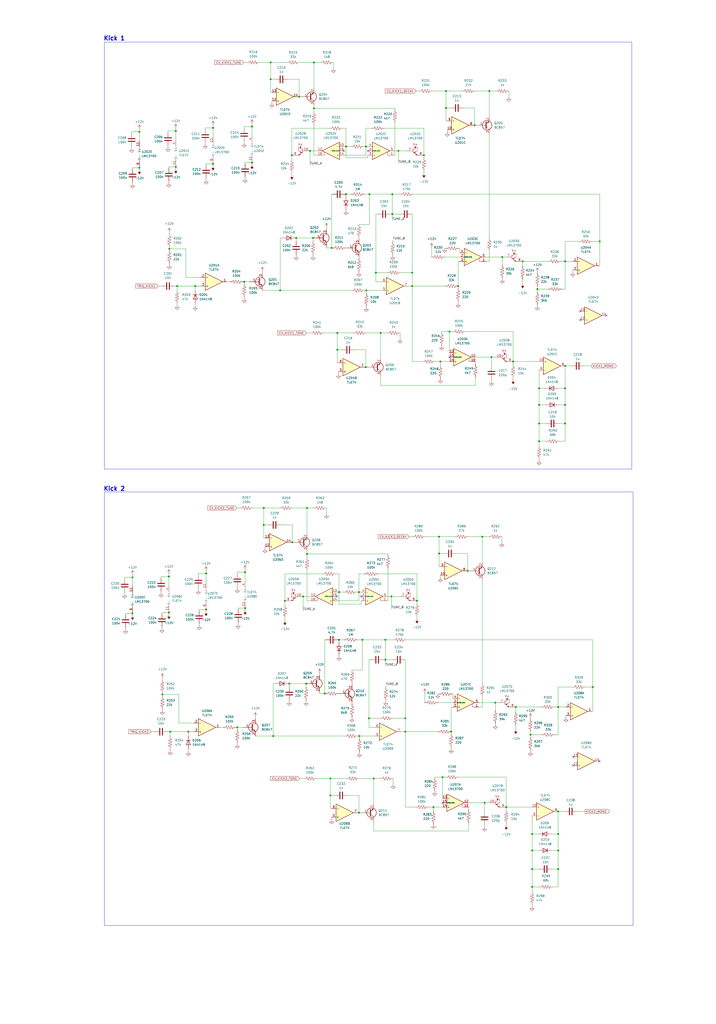
<source format=kicad_sch>
(kicad_sch (version 20231120) (generator "eeschema") (generator_version "8.0")
  (paper "User" 420 600)
  (junction (at 81.788 77.216))
  (junction (at 197.866 195.072))
  (junction (at 210.82 431.292))
  (junction (at 193.802 456.184))
  (junction (at 331.47 214.376))
  (junction (at 160.274 431.292))
  (junction (at 351.79 141.478))
  (junction (at 99.822 428.752))
  (junction (at 312.166 498.348))
  (junction (at 331.47 248.158))
  (junction (at 197.866 204.978))
  (junction (at 241.808 159.766))
  (junction (at 327.406 475.488))
  (junction (at 99.06 337.82))
  (junction (at 316.23 237.236))
  (junction (at 284.226 470.408))
  (junction (at 103.124 97.79))
  (junction (at 268.732 167.64))
  (junction (at 258.318 211.836))
  (junction (at 282.956 314.452))
  (junction (at 229.616 349.504))
  (junction (at 327.406 509.27))
  (junction (at 296.926 472.948))
  (junction (at 261.62 63.246))
  (junction (at 257.556 324.358))
  (junction (at 216.662 113.792))
  (junction (at 316.23 248.158))
  (junction (at 103.886 167.64))
  (junction (at 226.06 386.588))
  (junction (at 124.968 74.93))
  (junction (at 264.668 428.752))
  (junction (at 181.864 88.392))
  (junction (at 184.15 36.576))
  (junction (at 259.588 455.422))
  (junction (at 312.166 509.27))
  (junction (at 223.266 195.072))
  (junction (at 158.75 36.576))
  (junction (at 210.566 346.964))
  (junction (at 315.214 169.418))
  (junction (at 261.62 53.34))
  (junction (at 169.672 400.558))
  (junction (at 164.338 170.18))
  (junction (at 99.06 358.902))
  (junction (at 274.32 334.518))
  (junction (at 214.63 215.138))
  (junction (at 120.904 336.042))
  (junction (at 327.406 498.348))
  (junction (at 254.254 472.948))
  (junction (at 110.49 428.752))
  (junction (at 173.736 139.446))
  (junction (at 183.642 139.446))
  (junction (at 210.566 476.25))
  (junction (at 226.06 374.904))
  (junction (at 311.15 430.53))
  (junction (at 143.764 356.362))
  (junction (at 179.578 400.558))
  (junction (at 257.556 314.452))
  (junction (at 95.25 406.908))
  (junction (at 248.666 90.932))
  (junction (at 77.724 338.328))
  (junction (at 331.47 237.236))
  (junction (at 212.598 374.904))
  (junction (at 287.02 53.34))
  (junction (at 230.124 125.476))
  (junction (at 143.764 335.28))
  (junction (at 177.8 349.504))
  (junction (at 167.132 352.044))
  (junction (at 193.802 466.09))
  (junction (at 198.882 374.904))
  (junction (at 154.686 297.688))
  (junction (at 237.744 420.878))
  (junction (at 214.63 85.852))
  (junction (at 331.47 227.584))
  (junction (at 219.202 456.184))
  (junction (at 290.576 411.734))
  (junction (at 230.124 113.792))
  (junction (at 171.45 317.754))
  (junction (at 114.554 167.64))
  (junction (at 202.946 113.792))
  (junction (at 154.686 307.594))
  (junction (at 294.64 150.622))
  (junction (at 327.406 414.274))
  (junction (at 147.828 74.168))
  (junction (at 139.192 426.212))
  (junction (at 263.652 194.31))
  (junction (at 331.47 153.162))
  (junction (at 120.904 357.124))
  (junction (at 316.23 227.584))
  (junction (at 278.384 73.406))
  (junction (at 237.744 428.752))
  (junction (at 198.882 346.964))
  (junction (at 158.75 46.482))
  (junction (at 327.406 488.696))
  (junction (at 312.166 519.684))
  (junction (at 316.23 258.572))
  (junction (at 81.788 98.298))
  (junction (at 180.086 324.612))
  (junction (at 194.564 145.288))
  (junction (at 347.726 402.59))
  (junction (at 180.086 297.688))
  (junction (at 124.968 96.012))
  (junction (at 233.68 88.392))
  (junction (at 184.15 63.5))
  (junction (at 312.166 488.696))
  (junction (at 202.946 85.852))
  (junction (at 171.196 90.932))
  (junction (at 190.5 406.4))
  (junction (at 302.514 414.274))
  (junction (at 288.29 209.296))
  (junction (at 306.578 153.162))
  (junction (at 244.602 352.044))
  (junction (at 77.724 359.41))
  (junction (at 241.808 167.64))
  (junction (at 220.472 159.766))
  (junction (at 143.256 165.1))
  (junction (at 99.314 145.796))
  (junction (at 214.884 170.18))
  (junction (at 300.99 211.836))
  (junction (at 147.828 95.25))
  (junction (at 103.124 76.708))
  (junction (at 216.408 420.878))
  (junction (at 175.514 56.642))
  (no_connect (at 340.36 187.452))
  (no_connect (at 340.36 182.372))
  (no_connect (at 355.6 184.912))
  (no_connect (at 259.588 470.408))
  (no_connect (at 351.536 446.024))
  (no_connect (at 211.836 349.504))
  (no_connect (at 215.9 88.392))
  (no_connect (at 336.296 448.564))
  (no_connect (at 197.612 349.504))
  (no_connect (at 201.676 88.392))
  (no_connect (at 263.652 209.296))
  (no_connect (at 336.296 443.484))
  (wire (pts (xy 217.424 386.588) (xy 216.408 386.588)))
  (wire (pts (xy 201.676 90.932) (xy 214.63 90.932)))
  (wire (pts (xy 274.828 482.092) (xy 274.828 486.918)))
  (wire (pts (xy 315.214 178.562) (xy 315.214 179.324)))
  (wire (pts (xy 241.808 125.476) (xy 241.808 159.766)))
  (wire (pts (xy 257.556 324.358) (xy 257.556 314.452)))
  (wire (pts (xy 296.926 482.346) (xy 296.926 483.616)))
  (wire (pts (xy 261.62 70.866) (xy 261.62 63.246)))
  (wire (pts (xy 331.47 169.418) (xy 331.47 153.162)))
  (wire (pts (xy 260.858 145.542) (xy 261.62 145.542)))
  (wire (pts (xy 180.086 322.834) (xy 180.086 324.612)))
  (wire (pts (xy 206.502 392.684) (xy 212.598 392.684)))
  (wire (pts (xy 99.822 438.912) (xy 99.822 439.928)))
  (wire (pts (xy 241.808 211.836) (xy 247.65 211.836)))
  (wire (pts (xy 226.06 386.588) (xy 230.124 386.588)))
  (wire (pts (xy 226.06 386.588) (xy 225.044 386.588)))
  (wire (pts (xy 257.556 314.452) (xy 249.428 314.452)))
  (wire (pts (xy 143.764 333.756) (xy 143.764 335.28)))
  (wire (pts (xy 294.386 314.452) (xy 294.386 318.008)))
  (wire (pts (xy 274.828 486.918) (xy 219.202 486.918)))
  (wire (pts (xy 190.754 374.904) (xy 190.5 374.904)))
  (wire (pts (xy 210.566 131.572) (xy 216.662 131.572)))
  (wire (pts (xy 120.396 74.93) (xy 124.968 74.93)))
  (wire (pts (xy 315.214 169.418) (xy 321.818 169.418)))
  (wire (pts (xy 210.566 476.25) (xy 211.582 476.25)))
  (wire (pts (xy 193.294 75.184) (xy 171.196 75.184)))
  (wire (pts (xy 268.732 153.162) (xy 268.732 167.64)))
  (wire (pts (xy 153.924 159.004) (xy 153.924 160.02)))
  (wire (pts (xy 147.828 94.742) (xy 147.828 95.25)))
  (wire (pts (xy 312.166 488.696) (xy 315.722 488.696)))
  (wire (pts (xy 287.02 53.34) (xy 287.02 68.326)))
  (wire (pts (xy 214.884 170.18) (xy 224.028 170.18)))
  (wire (pts (xy 206.502 400.304) (xy 206.502 401.32)))
  (wire (pts (xy 327.406 402.59) (xy 327.406 414.274)))
  (wire (pts (xy 116.332 344.678) (xy 116.332 345.694)))
  (wire (pts (xy 231.14 88.392) (xy 233.68 88.392)))
  (wire (pts (xy 120.904 336.042) (xy 120.904 341.376)))
  (wire (pts (xy 273.558 334.518) (xy 274.32 334.518)))
  (wire (pts (xy 139.7 357.124) (xy 139.7 356.362)))
  (wire (pts (xy 73.66 367.792) (xy 73.66 368.808)))
  (wire (pts (xy 94.996 358.902) (xy 99.06 358.902)))
  (wire (pts (xy 261.62 63.246) (xy 264.16 63.246)))
  (wire (pts (xy 351.79 141.478) (xy 351.79 155.702)))
  (wire (pts (xy 194.564 478.79) (xy 194.564 480.314)))
  (wire (pts (xy 147.828 72.644) (xy 147.828 74.168)))
  (wire (pts (xy 316.23 227.584) (xy 316.23 237.236)))
  (wire (pts (xy 173.736 149.098) (xy 173.736 149.86)))
  (wire (pts (xy 258.318 211.836) (xy 258.318 214.122)))
  (wire (pts (xy 171.45 307.594) (xy 171.45 317.754)))
  (wire (pts (xy 237.744 428.752) (xy 235.204 428.752)))
  (wire (pts (xy 335.788 402.59) (xy 327.406 402.59)))
  (wire (pts (xy 223.266 225.806) (xy 223.266 220.218)))
  (wire (pts (xy 120.904 96.774) (xy 120.904 96.012)))
  (wire (pts (xy 259.08 202.438) (xy 259.08 202.692)))
  (wire (pts (xy 215.9 90.932) (xy 215.646 90.932)))
  (wire (pts (xy 233.68 95.758) (xy 233.68 88.392)))
  (wire (pts (xy 202.946 122.682) (xy 202.946 123.444)))
  (wire (pts (xy 117.856 162.56) (xy 108.966 162.56)))
  (wire (pts (xy 139.192 343.916) (xy 139.192 344.932)))
  (wire (pts (xy 342.646 214.376) (xy 347.218 214.376)))
  (wire (pts (xy 186.436 90.932) (xy 184.15 90.932)))
  (wire (pts (xy 231.648 64.262) (xy 231.648 63.5)))
  (wire (pts (xy 179.578 410.21) (xy 179.578 410.972)))
  (wire (pts (xy 237.744 386.588) (xy 237.744 420.878)))
  (wire (pts (xy 265.684 406.654) (xy 265.684 409.194)))
  (wire (pts (xy 154.686 307.594) (xy 157.226 307.594)))
  (wire (pts (xy 211.836 352.044) (xy 211.836 354.076)))
  (wire (pts (xy 316.23 237.236) (xy 316.23 248.158)))
  (wire (pts (xy 231.648 90.932) (xy 231.14 90.932)))
  (wire (pts (xy 212.598 374.904) (xy 226.06 374.904)))
  (wire (pts (xy 227.076 349.504) (xy 229.616 349.504)))
  (wire (pts (xy 99.06 97.79) (xy 103.124 97.79)))
  (wire (pts (xy 278.384 63.246) (xy 278.384 73.406)))
  (wire (pts (xy 183.642 141.478) (xy 183.642 139.446)))
  (wire (pts (xy 171.196 75.184) (xy 171.196 90.932)))
  (wire (pts (xy 261.62 53.34) (xy 253.492 53.34)))
  (wire (pts (xy 197.612 352.044) (xy 210.566 352.044)))
  (wire (pts (xy 81.788 98.298) (xy 81.788 99.568)))
  (wire (pts (xy 160.274 400.558) (xy 160.274 431.292)))
  (wire (pts (xy 244.094 53.34) (xy 245.872 53.34)))
  (wire (pts (xy 73.66 359.41) (xy 77.724 359.41)))
  (wire (pts (xy 214.884 170.18) (xy 214.884 171.704)))
  (wire (pts (xy 181.356 88.392) (xy 181.864 88.392)))
  (wire (pts (xy 180.086 324.612) (xy 227.584 324.612)))
  (wire (pts (xy 300.99 211.836) (xy 316.23 211.836)))
  (wire (pts (xy 210.566 336.296) (xy 210.566 346.964)))
  (wire (pts (xy 223.266 195.072) (xy 227.076 195.072)))
  (wire (pts (xy 233.68 88.392) (xy 238.506 88.392)))
  (wire (pts (xy 210.82 440.436) (xy 210.82 441.198)))
  (wire (pts (xy 194.818 113.792) (xy 194.564 113.792)))
  (wire (pts (xy 198.882 383.794) (xy 198.882 384.556)))
  (wire (pts (xy 258.318 331.978) (xy 257.556 331.978)))
  (wire (pts (xy 210.566 150.368) (xy 210.566 151.384)))
  (wire (pts (xy 223.012 420.878) (xy 216.408 420.878)))
  (wire (pts (xy 177.292 349.504) (xy 177.8 349.504)))
  (wire (pts (xy 99.314 144.78) (xy 99.314 145.796)))
  (wire (pts (xy 213.868 336.296) (xy 210.566 336.296)))
  (wire (pts (xy 77.724 106.68) (xy 77.724 107.696)))
  (wire (pts (xy 331.47 214.376) (xy 335.026 214.376)))
  (wire (pts (xy 77.216 78.232) (xy 77.216 77.216)))
  (wire (pts (xy 265.43 194.31) (xy 263.652 194.31)))
  (wire (pts (xy 278.638 53.34) (xy 287.02 53.34)))
  (wire (pts (xy 269.748 145.542) (xy 269.748 148.082)))
  (wire (pts (xy 77.724 338.328) (xy 77.724 343.662)))
  (wire (pts (xy 230.632 420.878) (xy 237.744 420.878)))
  (wire (pts (xy 215.646 90.932) (xy 215.646 92.456)))
  (wire (pts (xy 274.32 324.358) (xy 274.32 334.518)))
  (wire (pts (xy 213.36 85.852) (xy 214.63 85.852)))
  (wire (pts (xy 327.406 519.684) (xy 324.104 519.684)))
  (wire (pts (xy 77.724 98.298) (xy 81.788 98.298)))
  (wire (pts (xy 73.66 360.172) (xy 73.66 359.41)))
  (wire (pts (xy 306.578 153.162) (xy 306.578 155.956)))
  (wire (pts (xy 175.768 456.184) (xy 178.054 456.184)))
  (wire (pts (xy 202.692 145.288) (xy 202.946 145.288)))
  (wire (pts (xy 254.254 472.948) (xy 259.588 472.948)))
  (wire (pts (xy 210.82 431.292) (xy 219.964 431.292)))
  (wire (pts (xy 327.406 509.27) (xy 327.406 519.684)))
  (wire (pts (xy 287.02 53.34) (xy 290.83 53.34)))
  (wire (pts (xy 229.616 356.87) (xy 229.616 349.504)))
  (wire (pts (xy 139.7 356.362) (xy 143.764 356.362)))
  (wire (pts (xy 316.23 248.158) (xy 316.23 258.572)))
  (wire (pts (xy 143.764 335.28) (xy 143.764 340.614)))
  (wire (pts (xy 296.926 472.948) (xy 312.166 472.948)))
  (wire (pts (xy 230.124 129.286) (xy 230.124 125.476)))
  (wire (pts (xy 143.256 165.1) (xy 143.256 166.37)))
  (wire (pts (xy 268.986 455.422) (xy 296.926 455.422)))
  (wire (pts (xy 164.846 307.594) (xy 171.45 307.594)))
  (wire (pts (xy 311.15 430.53) (xy 317.754 430.53)))
  (wire (pts (xy 300.99 194.31) (xy 300.99 211.836)))
  (wire (pts (xy 284.226 470.408) (xy 284.226 475.742)))
  (wire (pts (xy 327.406 488.696) (xy 327.406 498.348)))
  (wire (pts (xy 300.99 221.234) (xy 300.99 222.504)))
  (wire (pts (xy 154.686 307.594) (xy 154.686 297.688)))
  (wire (pts (xy 88.646 428.752) (xy 90.678 428.752)))
  (wire (pts (xy 262.382 70.866) (xy 261.62 70.866)))
  (wire (pts (xy 104.902 406.908) (xy 95.25 406.908)))
  (wire (pts (xy 143.764 103.632) (xy 143.764 104.648)))
  (wire (pts (xy 184.15 63.5) (xy 184.15 65.532)))
  (wire (pts (xy 116.84 365.506) (xy 116.84 366.522)))
  (wire (pts (xy 99.314 154.432) (xy 99.314 155.194)))
  (wire (pts (xy 73.152 346.964) (xy 73.152 347.98)))
  (wire (pts (xy 290.576 411.734) (xy 292.354 411.734)))
  (wire (pts (xy 269.24 145.542) (xy 269.748 145.542)))
  (wire (pts (xy 255.016 455.422) (xy 259.588 455.422)))
  (wire (pts (xy 138.43 426.212) (xy 139.192 426.212)))
  (wire (pts (xy 210.566 159.004) (xy 210.566 159.512)))
  (wire (pts (xy 311.15 420.624) (xy 311.15 421.132)))
  (wire (pts (xy 327.406 475.488) (xy 330.962 475.488)))
  (wire (pts (xy 327.406 475.488) (xy 327.406 488.696)))
  (wire (pts (xy 220.472 125.476) (xy 220.472 159.766)))
  (wire (pts (xy 154.686 297.688) (xy 148.336 297.688)))
  (wire (pts (xy 282.956 314.452) (xy 286.766 314.452)))
  (wire (pts (xy 108.966 145.796) (xy 99.314 145.796)))
  (wire (pts (xy 183.642 139.446) (xy 173.736 139.446)))
  (wire (pts (xy 296.926 472.948) (xy 296.926 474.726)))
  (wire (pts (xy 120.904 334.518) (xy 120.904 336.042)))
  (wire (pts (xy 116.332 336.042) (xy 120.904 336.042)))
  (wire (pts (xy 187.452 406.4) (xy 187.452 405.638)))
  (wire (pts (xy 147.828 74.168) (xy 147.828 79.502)))
  (wire (pts (xy 110.49 428.752) (xy 110.49 431.292)))
  (wire (pts (xy 179.832 195.072) (xy 182.118 195.072)))
  (wire (pts (xy 99.06 98.552) (xy 99.06 97.79)))
  (wire (pts (xy 160.274 431.292) (xy 202.184 431.292)))
  (wire (pts (xy 103.124 97.282) (xy 103.124 97.79)))
  (wire (pts (xy 99.06 358.902) (xy 99.06 360.172)))
  (wire (pts (xy 323.85 509.27) (xy 327.406 509.27)))
  (wire (pts (xy 120.396 83.566) (xy 120.396 84.582)))
  (wire (pts (xy 244.602 352.044) (xy 244.602 353.568)))
  (wire (pts (xy 120.904 356.616) (xy 120.904 357.124)))
  (wire (pts (xy 214.63 85.852) (xy 215.9 85.852)))
  (wire (pts (xy 284.226 483.362) (xy 284.226 484.632)))
  (wire (pts (xy 133.096 165.1) (xy 134.874 165.1)))
  (wire (pts (xy 147.828 95.25) (xy 147.828 96.52)))
  (wire (pts (xy 312.166 509.27) (xy 316.23 509.27)))
  (wire (pts (xy 94.488 338.836) (xy 94.488 337.82)))
  (wire (pts (xy 294.64 150.622) (xy 296.418 150.622)))
  (wire (pts (xy 256.794 406.654) (xy 257.556 406.654)))
  (wire (pts (xy 174.752 56.642) (xy 175.514 56.642)))
  (wire (pts (xy 226.06 390.398) (xy 226.06 386.588)))
  (wire (pts (xy 327.406 430.53) (xy 327.406 414.274)))
  (wire (pts (xy 209.804 431.292) (xy 210.82 431.292)))
  (wire (pts (xy 198.882 374.904) (xy 201.93 374.904)))
  (wire (pts (xy 230.378 149.352) (xy 230.378 149.86)))
  (wire (pts (xy 217.932 75.184) (xy 214.63 75.184)))
  (wire (pts (xy 242.316 113.792) (xy 351.79 113.792)))
  (wire (pts (xy 306.578 163.576) (xy 306.578 166.37)))
  (wire (pts (xy 231.648 71.882) (xy 231.648 90.932)))
  (wire (pts (xy 258.318 211.836) (xy 263.652 211.836)))
  (wire (pts (xy 255.016 463.55) (xy 255.016 463.804)))
  (wire (pts (xy 294.64 162.814) (xy 294.64 163.576)))
  (wire (pts (xy 113.792 423.672) (xy 104.902 423.672)))
  (wire (pts (xy 175.514 56.642) (xy 176.53 56.642)))
  (wire (pts (xy 331.978 419.354) (xy 331.978 420.624)))
  (wire (pts (xy 216.408 426.212) (xy 219.964 426.212)))
  (wire (pts (xy 266.954 314.452) (xy 257.556 314.452)))
  (wire (pts (xy 214.884 179.324) (xy 214.884 180.086)))
  (wire (pts (xy 197.866 204.978) (xy 197.866 195.072)))
  (wire (pts (xy 179.578 402.59) (xy 179.578 400.558)))
  (wire (pts (xy 191.516 133.35) (xy 191.516 134.366)))
  (wire (pts (xy 198.628 217.678) (xy 198.628 219.202)))
  (wire (pts (xy 296.926 455.422) (xy 296.926 472.948)))
  (wire (pts (xy 102.362 167.64) (xy 103.886 167.64)))
  (wire (pts (xy 257.048 428.752) (xy 237.744 428.752)))
  (wire (pts (xy 331.47 227.584) (xy 331.47 237.236)))
  (wire (pts (xy 282.956 314.452) (xy 282.956 329.438)))
  (wire (pts (xy 193.802 466.09) (xy 193.802 456.184)))
  (wire (pts (xy 230.124 113.792) (xy 230.124 125.476)))
  (wire (pts (xy 209.296 346.964) (xy 210.566 346.964)))
  (wire (pts (xy 171.704 297.688) (xy 180.086 297.688)))
  (wire (pts (xy 95.25 397.256) (xy 95.25 398.272)))
  (wire (pts (xy 219.202 456.184) (xy 219.202 471.17)))
  (wire (pts (xy 177.8 349.504) (xy 182.372 349.504)))
  (wire (pts (xy 210.82 456.184) (xy 219.202 456.184)))
  (wire (pts (xy 264.668 428.752) (xy 264.668 430.022)))
  (wire (pts (xy 331.47 237.236) (xy 331.47 248.158)))
  (wire (pts (xy 271.78 63.246) (xy 278.384 63.246)))
  (wire (pts (xy 294.64 150.622) (xy 294.64 155.194)))
  (wire (pts (xy 351.79 155.702) (xy 351.282 155.702)))
  (wire (pts (xy 81.788 75.692) (xy 81.788 77.216)))
  (wire (pts (xy 181.864 88.392) (xy 186.436 88.392)))
  (wire (pts (xy 312.166 530.098) (xy 312.166 531.114)))
  (wire (pts (xy 226.06 374.904) (xy 226.06 386.588)))
  (wire (pts (xy 184.15 90.932) (xy 184.15 73.152)))
  (wire (pts (xy 98.552 77.724) (xy 98.552 76.708)))
  (wire (pts (xy 142.494 165.1) (xy 143.256 165.1)))
  (wire (pts (xy 95.25 406.908) (xy 95.25 407.924)))
  (wire (pts (xy 282.956 339.598) (xy 282.956 400.558)))
  (wire (pts (xy 210.566 466.09) (xy 210.566 476.25)))
  (wire (pts (xy 263.652 194.31) (xy 263.652 206.756)))
  (wire (pts (xy 317.5 414.274) (xy 302.514 414.274)))
  (wire (pts (xy 327.914 248.158) (xy 331.47 248.158)))
  (wire (pts (xy 280.924 414.274) (xy 282.956 414.274)))
  (wire (pts (xy 284.988 150.622) (xy 294.64 150.622)))
  (wire (pts (xy 164.338 139.446) (xy 164.338 170.18)))
  (wire (pts (xy 311.15 430.53) (xy 311.15 432.054)))
  (wire (pts (xy 160.274 400.558) (xy 161.544 400.558)))
  (wire (pts (xy 180.086 352.044) (xy 180.086 334.264)))
  (wire (pts (xy 347.726 402.59) (xy 347.726 416.814)))
  (wire (pts (xy 194.564 473.71) (xy 193.802 473.71)))
  (wire (pts (xy 197.866 204.978) (xy 200.406 204.978)))
  (wire (pts (xy 193.802 456.184) (xy 185.674 456.184)))
  (wire (pts (xy 77.724 358.902) (xy 77.724 359.41)))
  (wire (pts (xy 316.23 258.572) (xy 316.23 261.366)))
  (wire (pts (xy 158.75 46.482) (xy 158.75 36.576)))
  (wire (pts (xy 258.318 337.058) (xy 258.318 338.582)))
  (wire (pts (xy 124.968 73.406) (xy 124.968 74.93)))
  (wire (pts (xy 237.744 428.752) (xy 237.744 472.948)))
  (wire (pts (xy 209.55 374.904) (xy 212.598 374.904)))
  (wire (pts (xy 164.338 170.18) (xy 206.248 170.18)))
  (wire (pts (xy 251.206 472.948) (xy 254.254 472.948)))
  (wire (pts (xy 173.228 139.446) (xy 173.736 139.446)))
  (wire (pts (xy 278.892 220.98) (xy 278.892 225.806)))
  (wire (pts (xy 321.564 153.162) (xy 306.578 153.162)))
  (wire (pts (xy 138.938 297.688) (xy 140.716 297.688)))
  (wire (pts (xy 171.196 101.092) (xy 171.196 102.616)))
  (wire (pts (xy 267.716 324.358) (xy 274.32 324.358)))
  (wire (pts (xy 180.086 324.612) (xy 180.086 326.644)))
  (wire (pts (xy 254.254 472.948) (xy 254.254 475.234)))
  (wire (pts (xy 347.726 374.904) (xy 347.726 402.59)))
  (wire (pts (xy 323.596 498.348) (xy 327.406 498.348)))
  (wire (pts (xy 316.23 216.916) (xy 316.23 227.584)))
  (wire (pts (xy 210.82 431.292) (xy 210.82 432.816)))
  (wire (pts (xy 139.192 426.212) (xy 142.24 426.212)))
  (wire (pts (xy 149.86 431.292) (xy 160.274 431.292)))
  (wire (pts (xy 261.112 167.64) (xy 241.808 167.64)))
  (wire (pts (xy 258.318 221.742) (xy 258.318 221.996)))
  (wire (pts (xy 230.124 125.476) (xy 234.188 125.476)))
  (wire (pts (xy 260.858 150.622) (xy 269.748 150.622)))
  (wire (pts (xy 190.5 406.4) (xy 187.452 406.4)))
  (wire (pts (xy 155.448 320.294) (xy 155.448 321.564)))
  (wire (pts (xy 248.666 100.076) (xy 248.666 101.6)))
  (wire (pts (xy 182.372 352.044) (xy 180.086 352.044)))
  (wire (pts (xy 227.584 332.994) (xy 227.584 352.044)))
  (wire (pts (xy 230.378 140.716) (xy 230.378 141.732)))
  (wire (pts (xy 195.58 36.576) (xy 195.58 40.132)))
  (wire (pts (xy 312.166 519.684) (xy 316.484 519.684)))
  (wire (pts (xy 81.788 97.79) (xy 81.788 98.298)))
  (wire (pts (xy 259.08 194.31) (xy 263.652 194.31)))
  (wire (pts (xy 202.438 113.792) (xy 202.946 113.792)))
  (wire (pts (xy 331.47 141.478) (xy 331.47 153.162)))
  (wire (pts (xy 77.724 336.804) (xy 77.724 338.328)))
  (wire (pts (xy 257.556 324.358) (xy 260.096 324.358)))
  (wire (pts (xy 316.23 237.236) (xy 320.04 237.236)))
  (wire (pts (xy 94.488 346.456) (xy 94.488 347.472)))
  (wire (pts (xy 248.666 75.184) (xy 248.666 90.932)))
  (wire (pts (xy 214.63 75.184) (xy 214.63 85.852)))
  (wire (pts (xy 167.132 352.044) (xy 167.132 354.584)))
  (wire (pts (xy 278.892 209.296) (xy 288.29 209.296)))
  (wire (pts (xy 98.298 428.752) (xy 99.822 428.752)))
  (wire (pts (xy 158.75 54.102) (xy 158.75 46.482)))
  (wire (pts (xy 103.886 177.8) (xy 103.886 178.816)))
  (wire (pts (xy 288.29 209.296) (xy 288.29 214.63)))
  (wire (pts (xy 77.724 359.41) (xy 77.724 360.68)))
  (wire (pts (xy 226.314 410.464) (xy 226.314 410.972)))
  (wire (pts (xy 241.808 167.64) (xy 241.808 211.836)))
  (wire (pts (xy 221.488 336.296) (xy 244.602 336.296)))
  (wire (pts (xy 253.238 145.034) (xy 253.238 150.622)))
  (wire (pts (xy 214.63 85.852) (xy 214.63 90.932)))
  (wire (pts (xy 274.574 314.452) (xy 282.956 314.452)))
  (wire (pts (xy 198.628 406.4) (xy 198.882 406.4)))
  (wire (pts (xy 120.904 357.124) (xy 120.904 358.394)))
  (wire (pts (xy 99.06 358.394) (xy 99.06 358.902)))
  (wire (pts (xy 226.06 374.904) (xy 230.632 374.904)))
  (wire (pts (xy 95.25 405.892) (xy 95.25 406.908)))
  (wire (pts (xy 168.148 36.576) (xy 158.75 36.576)))
  (wire (pts (xy 143.256 173.99) (xy 143.256 175.006)))
  (wire (pts (xy 254.254 482.854) (xy 254.254 483.108)))
  (wire (pts (xy 73.152 339.344) (xy 73.152 338.328)))
  (wire (pts (xy 287.02 153.162) (xy 287.02 147.066)))
  (wire (pts (xy 312.166 498.348) (xy 315.976 498.348)))
  (wire (pts (xy 197.866 195.072) (xy 189.738 195.072)))
  (wire (pts (xy 202.946 92.456) (xy 202.946 85.852)))
  (wire (pts (xy 198.882 336.296) (xy 198.882 346.964)))
  (wire (pts (xy 227.584 325.374) (xy 227.584 324.612)))
  (wire (pts (xy 180.086 297.688) (xy 183.896 297.688)))
  (wire (pts (xy 325.374 430.53) (xy 327.406 430.53)))
  (wire (pts (xy 193.802 473.71) (xy 193.802 466.09)))
  (wire (pts (xy 92.71 167.64) (xy 94.742 167.64)))
  (wire (pts (xy 143.002 36.576) (xy 144.78 36.576)))
  (wire (pts (xy 159.512 59.182) (xy 159.512 60.452)))
  (wire (pts (xy 213.614 113.792) (xy 216.662 113.792)))
  (wire (pts (xy 227.076 159.766) (xy 220.472 159.766)))
  (wire (pts (xy 198.882 346.964) (xy 201.676 346.964)))
  (wire (pts (xy 302.514 414.274) (xy 302.514 417.068)))
  (wire (pts (xy 108.966 162.56) (xy 108.966 145.796)))
  (wire (pts (xy 139.7 364.744) (xy 139.7 365.76)))
  (wire (pts (xy 215.646 92.456) (xy 202.946 92.456)))
  (wire (pts (xy 336.042 158.242) (xy 336.042 159.512)))
  (wire (pts (xy 244.602 336.296) (xy 244.602 352.044)))
  (wire (pts (xy 256.794 411.734) (xy 265.684 411.734)))
  (wire (pts (xy 227.584 352.044) (xy 227.076 352.044)))
  (wire (pts (xy 99.06 336.296) (xy 99.06 337.82)))
  (wire (pts (xy 327.406 414.274) (xy 331.978 414.274)))
  (wire (pts (xy 201.676 85.852) (xy 202.946 85.852)))
  (wire (pts (xy 198.374 374.904) (xy 198.882 374.904)))
  (wire (pts (xy 103.886 167.64) (xy 114.554 167.64)))
  (wire (pts (xy 143.256 82.804) (xy 143.256 83.82)))
  (wire (pts (xy 284.988 153.162) (xy 287.02 153.162)))
  (wire (pts (xy 190.5 374.904) (xy 190.5 406.4)))
  (wire (pts (xy 124.968 96.012) (xy 124.968 97.282)))
  (wire (pts (xy 202.946 113.792) (xy 202.946 115.062)))
  (wire (pts (xy 259.08 194.818) (xy 259.08 194.31)))
  (wire (pts (xy 268.732 167.64) (xy 268.732 168.91)))
  (wire (pts (xy 143.764 96.012) (xy 143.764 95.25)))
  (wire (pts (xy 230.124 113.792) (xy 234.696 113.792)))
  (wire (pts (xy 338.582 475.488) (xy 343.154 475.488)))
  (wire (pts (xy 268.732 176.53) (xy 268.732 177.8)))
  (wire (pts (xy 273.05 194.31) (xy 300.99 194.31)))
  (wire (pts (xy 202.946 75.184) (xy 202.946 85.852)))
  (wire (pts (xy 211.836 354.076) (xy 198.882 354.076)))
  (wire (pts (xy 240.03 314.452) (xy 241.808 314.452)))
  (wire (pts (xy 288.29 209.296) (xy 290.83 209.296)))
  (wire (pts (xy 191.516 297.688) (xy 191.516 301.244)))
  (wire (pts (xy 316.23 258.572) (xy 320.548 258.572)))
  (wire (pts (xy 244.602 361.188) (xy 244.602 362.712)))
  (wire (pts (xy 261.366 455.422) (xy 259.588 455.422)))
  (wire (pts (xy 143.764 95.25) (xy 147.828 95.25)))
  (wire (pts (xy 206.502 411.48) (xy 206.502 412.496)))
  (wire (pts (xy 139.192 426.212) (xy 139.192 427.482)))
  (wire (pts (xy 193.802 466.09) (xy 196.342 466.09)))
  (wire (pts (xy 300.99 211.836) (xy 300.99 213.614)))
  (wire (pts (xy 94.996 359.664) (xy 94.996 358.902)))
  (wire (pts (xy 343.408 402.59) (xy 347.726 402.59)))
  (wire (pts (xy 261.62 63.246) (xy 261.62 53.34)))
  (wire (pts (xy 103.886 167.64) (xy 103.886 170.18)))
  (wire (pts (xy 184.15 36.576) (xy 187.96 36.576)))
  (wire (pts (xy 225.552 75.184) (xy 248.666 75.184)))
  (wire (pts (xy 124.968 95.504) (xy 124.968 96.012)))
  (wire (pts (xy 187.452 394.462) (xy 187.452 395.478)))
  (wire (pts (xy 197.866 212.598) (xy 197.866 204.978)))
  (wire (pts (xy 213.868 170.18) (xy 214.884 170.18)))
  (wire (pts (xy 325.12 414.274) (xy 327.406 414.274)))
  (wire (pts (xy 143.256 74.168) (xy 147.828 74.168)))
  (wire (pts (xy 116.84 357.886) (xy 116.84 357.124)))
  (wire (pts (xy 234.696 195.072) (xy 234.696 198.628)))
  (wire (pts (xy 220.472 165.1) (xy 224.028 165.1)))
  (wire (pts (xy 331.47 214.376) (xy 331.47 227.584)))
  (wire (pts (xy 219.202 456.184) (xy 223.012 456.184)))
  (wire (pts (xy 77.724 99.06) (xy 77.724 98.298)))
  (wire (pts (xy 277.622 73.406) (xy 278.384 73.406)))
  (wire (pts (xy 183.642 149.098) (xy 183.642 149.86)))
  (wire (pts (xy 129.032 426.212) (xy 130.81 426.212)))
  (wire (pts (xy 312.166 519.684) (xy 312.166 522.478)))
  (wire (pts (xy 278.892 225.806) (xy 223.266 225.806)))
  (wire (pts (xy 194.564 145.288) (xy 191.516 145.288)))
  (wire (pts (xy 110.49 438.912) (xy 110.49 440.436)))
  (wire (pts (xy 257.556 331.978) (xy 257.556 324.358)))
  (wire (pts (xy 210.566 139.192) (xy 210.566 140.208)))
  (wire (pts (xy 214.63 215.138) (xy 215.646 215.138)))
  (wire (pts (xy 181.864 96.774) (xy 181.864 88.392)))
  (wire (pts (xy 116.84 357.124) (xy 120.904 357.124)))
  (wire (pts (xy 290.576 411.734) (xy 290.576 416.306)))
  (wire (pts (xy 158.75 46.482) (xy 161.29 46.482)))
  (wire (pts (xy 312.166 509.27) (xy 312.166 519.684)))
  (wire (pts (xy 209.804 476.25) (xy 210.566 476.25)))
  (wire (pts (xy 274.828 470.408) (xy 284.226 470.408)))
  (wire (pts (xy 139.192 335.28) (xy 143.764 335.28)))
  (wire (pts (xy 104.902 423.672) (xy 104.902 406.908)))
  (wire (pts (xy 316.23 248.158) (xy 320.294 248.158)))
  (wire (pts (xy 234.696 159.766) (xy 241.808 159.766)))
  (wire (pts (xy 278.892 211.836) (xy 278.892 213.36)))
  (wire (pts (xy 216.662 131.572) (xy 216.662 113.792)))
  (wire (pts (xy 216.408 386.588) (xy 216.408 420.878)))
  (wire (pts (xy 168.91 46.482) (xy 175.514 46.482)))
  (wire (pts (xy 223.266 195.072) (xy 223.266 210.058)))
  (wire (pts (xy 347.472 141.478) (xy 351.79 141.478)))
  (wire (pts (xy 302.514 424.688) (xy 302.514 427.482)))
  (wire (pts (xy 202.946 113.792) (xy 205.994 113.792)))
  (wire (pts (xy 284.226 470.408) (xy 286.766 470.408)))
  (wire (pts (xy 331.47 248.158) (xy 331.47 258.572)))
  (wire (pts (xy 196.85 336.296) (xy 198.882 336.296)))
  (wire (pts (xy 230.632 456.184) (xy 230.632 459.74)))
  (wire (pts (xy 206.502 420.116) (xy 206.502 420.624)))
  (wire (pts (xy 271.018 53.34) (xy 261.62 53.34)))
  (wire (pts (xy 210.566 346.964) (xy 211.836 346.964)))
  (wire (pts (xy 164.084 297.688) (xy 154.686 297.688)))
  (wire (pts (xy 329.184 153.162) (xy 331.47 153.162)))
  (wire (pts (xy 124.968 74.93) (xy 124.968 80.264)))
  (wire (pts (xy 110.49 428.752) (xy 113.792 428.752)))
  (wire (pts (xy 274.32 334.518) (xy 275.336 334.518)))
  (wire (pts (xy 183.642 139.446) (xy 183.896 139.446)))
  (wire (pts (xy 331.47 258.572) (xy 328.168 258.572)))
  (wire (pts (xy 268.732 153.162) (xy 269.748 153.162)))
  (wire (pts (xy 198.882 374.904) (xy 198.882 376.174)))
  (wire (pts (xy 139.192 336.296) (xy 139.192 335.28)))
  (wire (pts (xy 259.588 455.422) (xy 259.588 467.868)))
  (wire (pts (xy 226.314 401.828) (xy 226.314 402.844)))
  (wire (pts (xy 214.884 195.072) (xy 223.266 195.072)))
  (wire (pts (xy 114.554 177.8) (xy 114.554 179.324)))
  (wire (pts (xy 184.15 61.722) (xy 184.15 63.5)))
  (wire (pts (xy 179.578 400.558) (xy 169.672 400.558)))
  (wire (pts (xy 351.79 113.792) (xy 351.79 141.478)))
  (wire (pts (xy 167.132 362.204) (xy 167.132 363.728)))
  (wire (pts (xy 81.788 77.216) (xy 81.788 82.55)))
  (wire (pts (xy 143.256 75.184) (xy 143.256 74.168)))
  (wire (pts (xy 216.662 113.792) (xy 230.124 113.792)))
  (wire (pts (xy 189.23 336.296) (xy 167.132 336.296)))
  (wire (pts (xy 114.554 167.64) (xy 114.554 170.18)))
  (wire (pts (xy 207.264 195.072) (xy 197.866 195.072)))
  (wire (pts (xy 98.552 76.708) (xy 103.124 76.708)))
  (wire (pts (xy 290.576 423.926) (xy 290.576 424.688)))
  (wire (pts (xy 278.384 73.406) (xy 279.4 73.406)))
  (wire (pts (xy 167.132 336.296) (xy 167.132 352.044)))
  (wire (pts (xy 203.2 456.184) (xy 193.802 456.184)))
  (wire (pts (xy 315.214 167.64) (xy 315.214 169.418)))
  (wire (pts (xy 312.166 478.028) (xy 312.166 488.696)))
  (wire (pts (xy 311.15 428.752) (xy 311.15 430.53)))
  (wire (pts (xy 191.516 145.288) (xy 191.516 144.526)))
  (wire (pts (xy 198.628 212.598) (xy 197.866 212.598)))
  (wire (pts (xy 169.672 400.558) (xy 169.672 402.59)))
  (wire (pts (xy 274.828 472.948) (xy 274.828 474.472)))
  (wire (pts (xy 241.808 159.766) (xy 241.808 167.64)))
  (wire (pts (xy 114.554 167.64) (xy 117.856 167.64)))
  (wire (pts (xy 77.216 85.852) (xy 77.216 86.868)))
  (wire (pts (xy 237.744 420.878) (xy 237.744 428.752)))
  (wire (pts (xy 177.8 357.886) (xy 177.8 349.504)))
  (wire (pts (xy 195.072 145.288) (xy 194.564 145.288)))
  (wire (pts (xy 158.75 36.576) (xy 152.4 36.576)))
  (wire (pts (xy 103.124 75.184) (xy 103.124 76.708)))
  (wire (pts (xy 327.406 498.348) (xy 327.406 509.27)))
  (wire (pts (xy 200.914 75.184) (xy 202.946 75.184)))
  (wire (pts (xy 120.904 96.012) (xy 124.968 96.012)))
  (wire (pts (xy 202.946 85.852) (xy 205.74 85.852)))
  (wire (pts (xy 155.448 315.214) (xy 154.686 315.214)))
  (wire (pts (xy 282.956 414.274) (xy 282.956 408.178)))
  (wire (pts (xy 179.578 400.558) (xy 179.832 400.558)))
  (wire (pts (xy 264.668 414.274) (xy 265.684 414.274)))
  (wire (pts (xy 73.152 338.328) (xy 77.724 338.328)))
  (wire (pts (xy 264.668 414.274) (xy 264.668 428.752)))
  (wire (pts (xy 280.924 411.734) (xy 290.576 411.734)))
  (wire (pts (xy 241.808 167.64) (xy 239.268 167.64)))
  (wire (pts (xy 164.338 139.446) (xy 165.608 139.446)))
  (wire (pts (xy 331.47 153.162) (xy 336.042 153.162)))
  (wire (pts (xy 230.124 125.476) (xy 229.108 125.476)))
  (wire (pts (xy 315.214 169.418) (xy 315.214 170.942)))
  (wire (pts (xy 99.06 106.172) (xy 99.06 107.188)))
  (wire (pts (xy 169.672 410.21) (xy 169.672 410.972)))
  (wire (pts (xy 94.488 337.82) (xy 99.06 337.82)))
  (wire (pts (xy 153.924 170.18) (xy 164.338 170.18)))
  (wire (pts (xy 99.314 145.796) (xy 99.314 146.812)))
  (wire (pts (xy 180.086 297.688) (xy 180.086 312.674)))
  (wire (pts (xy 170.688 317.754) (xy 171.45 317.754)))
  (wire (pts (xy 255.27 211.836) (xy 258.318 211.836)))
  (wire (pts (xy 94.996 367.284) (xy 94.996 368.3)))
  (wire (pts (xy 198.882 354.076) (xy 198.882 346.964)))
  (wire (pts (xy 149.86 420.116) (xy 149.86 421.132)))
  (wire (pts (xy 139.192 435.102) (xy 139.192 436.118)))
  (wire (pts (xy 249.174 406.146) (xy 249.174 411.734)))
  (wire (pts (xy 264.668 437.642) (xy 264.668 438.912)))
  (wire (pts (xy 143.256 165.1) (xy 146.304 165.1)))
  (wire (pts (xy 219.202 486.918) (xy 219.202 481.33)))
  (wire (pts (xy 191.008 406.4) (xy 190.5 406.4)))
  (wire (pts (xy 265.176 406.654) (xy 265.684 406.654)))
  (wire (pts (xy 208.026 204.978) (xy 214.63 204.978)))
  (wire (pts (xy 315.214 159.512) (xy 315.214 160.02)))
  (wire (pts (xy 203.962 466.09) (xy 210.566 466.09)))
  (wire (pts (xy 197.612 346.964) (xy 198.882 346.964)))
  (wire (pts (xy 103.124 76.708) (xy 103.124 82.042)))
  (wire (pts (xy 329.438 169.418) (xy 331.47 169.418)))
  (wire (pts (xy 327.66 237.236) (xy 331.47 237.236)))
  (wire (pts (xy 77.216 77.216) (xy 81.788 77.216)))
  (wire (pts (xy 216.408 420.878) (xy 216.408 426.212)))
  (wire (pts (xy 248.666 90.932) (xy 248.666 92.456)))
  (wire (pts (xy 212.598 392.684) (xy 212.598 374.904)))
  (wire (pts (xy 159.512 54.102) (xy 158.75 54.102)))
  (wire (pts (xy 95.25 415.544) (xy 95.25 416.306)))
  (wire (pts (xy 143.764 356.362) (xy 143.764 357.632)))
  (wire (pts (xy 298.45 53.34) (xy 298.45 56.896)))
  (wire (pts (xy 312.166 488.696) (xy 312.166 498.348)))
  (wire (pts (xy 154.686 315.214) (xy 154.686 307.594)))
  (wire (pts (xy 175.768 36.576) (xy 184.15 36.576)))
  (wire (pts (xy 99.314 136.144) (xy 99.314 137.16)))
  (wire (pts (xy 120.396 75.946) (xy 120.396 74.93)))
  (wire (pts (xy 143.764 355.854) (xy 143.764 356.362)))
  (wire (pts (xy 99.06 337.82) (xy 99.06 343.154)))
  (wire (pts (xy 237.744 472.948) (xy 243.586 472.948)))
  (wire (pts (xy 213.868 215.138) (xy 214.63 215.138)))
  (wire (pts (xy 173.736 139.446) (xy 173.736 141.478)))
  (wire (pts (xy 221.488 125.476) (xy 220.472 125.476)))
  (wire (pts (xy 229.616 349.504) (xy 234.442 349.504)))
  (wire (pts (xy 347.726 416.814) (xy 347.218 416.814)))
  (wire (pts (xy 316.23 268.986) (xy 316.23 270.002)))
  (wire (pts (xy 171.45 317.754) (xy 172.466 317.754)))
  (wire (pts (xy 116.332 337.058) (xy 116.332 336.042)))
  (wire (pts (xy 171.196 90.932) (xy 171.196 93.472)))
  (wire (pts (xy 220.472 159.766) (xy 220.472 165.1)))
  (wire (pts (xy 214.63 204.978) (xy 214.63 215.138)))
  (wire (pts (xy 103.124 97.79) (xy 103.124 99.06)))
  (wire (pts (xy 184.15 63.5) (xy 231.648 63.5)))
  (wire (pts (xy 287.02 78.486) (xy 287.02 139.446)))
  (wire (pts (xy 99.822 428.752) (xy 99.822 431.292)))
  (wire (pts (xy 99.822 428.752) (xy 110.49 428.752)))
  (wire (pts (xy 184.15 36.576) (xy 184.15 51.562)))
  (wire (pts (xy 255.016 455.93) (xy 255.016 455.422)))
  (wire (pts (xy 169.164 400.558) (xy 169.672 400.558)))
  (wire (pts (xy 175.514 46.482) (xy 175.514 56.642)))
  (wire (pts (xy 262.382 75.946) (xy 262.382 77.47)))
  (wire (pts (xy 311.15 439.674) (xy 311.15 440.436)))
  (wire (pts (xy 194.564 113.792) (xy 194.564 145.288)))
  (wire (pts (xy 288.29 222.25) (xy 288.29 223.52)))
  (wire (pts (xy 98.552 85.344) (xy 98.552 86.36)))
  (wire (pts (xy 120.904 104.394) (xy 120.904 105.41)))
  (wire (pts (xy 238.252 374.904) (xy 347.726 374.904)))
  (wire (pts (xy 316.23 227.584) (xy 319.786 227.584)))
  (wire (pts (xy 312.166 498.348) (xy 312.166 509.27)))
  (wire (pts (xy 327.406 227.584) (xy 331.47 227.584)))
  (wire (pts (xy 339.852 141.478) (xy 331.47 141.478)))
  (wire (pts (xy 323.342 488.696) (xy 327.406 488.696)))
  (wire (pts (xy 210.566 346.964) (xy 210.566 352.044)))
  (rectangle (start 61.214 24.638) (end 370.586 274.828))
  (rectangle (start 61.214 288.29) (end 371.348 542.29))
  (text "Kick 2" (at 67.056 286.512 0) (effects (font (size 2.5 2.5) (bold yes))))
  (text "Kick 1" (at 67.056 22.606 0) (effects (font (size 2.5 2.5) (bold yes))))
  (label "TUNE_B" (at 233.68 95.758 0))
  (label "TUNE_A" (at 177.8 357.886 0))
  (label "TUNE_B" (at 229.616 356.87 0))
  (label "TUNE_A" (at 226.06 390.398 0))
  (label "TUNE_B" (at 230.378 140.716 0))
  (label "TUNE_B" (at 226.314 401.828 0))
  (label "TUNE_A" (at 230.124 129.286 0))
  (label "TUNE_A" (at 181.864 96.774 0))
  (global_label "TRIG_KICK1" (shape input) (at 92.71 167.64 180) (property "Intersheetrefs" "${INTERSHEET_REFS}" (effects (hide yes))))
  (global_label "CV_KICK1_DECAY" (shape input) (at 244.094 53.34 180) (property "Intersheetrefs" "${INTERSHEET_REFS}" (effects (hide yes))))
  (global_label "CV_KICK1_TONE" (shape input) (at 179.832 195.072 180) (property "Intersheetrefs" "${INTERSHEET_REFS}" (effects (hide yes))))
  (global_label "KICK2_MONO" (shape output) (at 343.154 475.488 0) (property "Intersheetrefs" "${INTERSHEET_REFS}" (effects (hide yes))))
  (global_label "CV_KICK2_TUNE" (shape input) (at 138.938 297.688 180) (property "Intersheetrefs" "${INTERSHEET_REFS}" (effects (hide yes))))
  (global_label "TRIG_KICK2" (shape input) (at 88.646 428.752 180) (property "Intersheetrefs" "${INTERSHEET_REFS}" (effects (hide yes))))
  (global_label "CV_KICK2_TONE" (shape input) (at 175.768 456.184 180) (property "Intersheetrefs" "${INTERSHEET_REFS}" (effects (hide yes))))
  (global_label "CV_KICK2_DECAY" (shape input) (at 240.03 314.452 180) (property "Intersheetrefs" "${INTERSHEET_REFS}" (effects (hide yes))))
  (global_label "KICK1_MONO" (shape output) (at 347.218 214.376 0) (property "Intersheetrefs" "${INTERSHEET_REFS}" (effects (hide yes))))
  (global_label "CV_KICK1_TUNE" (shape input) (at 143.002 36.576 180) (property "Intersheetrefs" "${INTERSHEET_REFS}" (effects (hide yes))))
  (symbol (lib_id "Device:R_US") (at 312.166 526.288 0) (unit 1)
    (property "Reference" "R298" (at 314.452 525.0179 0) (effects (justify left)))
    (property "Value" "47k" (at 314.452 527.5579 0) (effects (justify left)))
    (property "Description" "Resistor, US symbol" (effects (hide yes)))
  )
  (symbol (lib_id "power:GND") (at 316.23 270.002 0) (unit 1)
    (property "Reference" "#PWR0250" (effects (hide yes)))
    (property "Value" "GND" (effects (hide yes)))
    (property "Description" "Power symbol creates a global label with name \"GND\" , ground" (effects (hide yes)))
  )
  (symbol (lib_id "Device:R_US") (at 210.566 155.194 0) (unit 1)
    (property "Reference" "R212" (at 203.962 153.924 0) (effects (justify left)))
    (property "Value" "6k8" (at 203.962 156.464 0) (effects (justify left)))
    (property "Description" "Resistor, US symbol" (effects (hide yes)))
  )
  (symbol (lib_id "Device:R_US") (at 99.822 435.102 180) (unit 1)
    (property "Reference" "R254" (at 102.616 433.8319 0) (effects (justify right)))
    (property "Value" "47k" (at 102.616 436.3719 0) (effects (justify right)))
    (property "Description" "Resistor, US symbol" (effects (hide yes)))
  )
  (symbol (lib_id "Diode:1N4148") (at 323.85 237.236 0) (mirror y) (unit 1)
    (property "Reference" "D205" (at 323.85 230.886 0))
    (property "Value" "1N4148" (at 323.85 233.426 0))
    (property "Footprint" "Diode_THT:D_DO-35_SOD27_P7.62mm_Horizontal" (effects (hide yes)))
    (property "Datasheet" "https://assets.nexperia.com/documents/data-sheet/1N4148_1N4448.pdf" (effects (hide yes)))
    (property "Description" "100V 0.15A standard switching diode, DO-35" (effects (hide yes)))
    (property "Sim.Device" "D" (effects (hide yes)))
    (property "Sim.Pins" "1=K 2=A" (effects (hide yes)))
  )
  (symbol (lib_id "Device:C") (at 267.97 63.246 90) (unit 1)
    (property "Reference" "C213" (at 267.97 56.388 90))
    (property "Value" "1n" (at 267.97 58.928 90))
    (property "Description" "Unpolarized capacitor" (effects (hide yes)))
  )
  (symbol (lib_id "Amplifier_Operational:TL074") (at 145.288 87.122 0) (mirror y) (unit 5)
    (property "Reference" "U204" (at 148.844 88.3921 0) (effects (justify right)))
    (property "Value" "TL074" (at 148.844 85.8521 0) (effects (justify right)))
    (property "Datasheet" "http://www.ti.com/lit/ds/symlink/tl071.pdf" (effects (hide yes)))
    (property "Description" "Quad Low-Noise JFET-Input Operational Amplifiers, DIP-14/SOIC-14" (effects (hide yes)))
  )
  (symbol (lib_id "Device:C") (at 161.036 307.594 90) (unit 1)
    (property "Reference" "C229" (at 161.036 300.736 90))
    (property "Value" "1n" (at 161.036 303.276 90))
    (property "Description" "Unpolarized capacitor" (effects (hide yes)))
  )
  (symbol (lib_id "power:GND") (at 155.448 321.564 0) (unit 1)
    (property "Reference" "#PWR0273" (effects (hide yes)))
    (property "Value" "GND" (effects (hide yes)))
    (property "Description" "Power symbol creates a global label with name \"GND\" , ground" (effects (hide yes)))
  )
  (symbol (lib_id "Device:R_US") (at 205.486 346.964 90) (unit 1)
    (property "Reference" "R266" (at 205.486 341.376 90))
    (property "Value" "10k" (at 205.486 343.916 90))
    (property "Description" "Resistor, US symbol" (effects (hide yes)))
  )
  (symbol (lib_id "Diode:1N4148") (at 202.946 118.872 90) (unit 1)
    (property "Reference" "D203" (at 205.486 117.6019 90) (effects (justify right)))
    (property "Value" "1N4148" (at 205.486 120.1419 90) (effects (justify right)))
    (property "Footprint" "Diode_THT:D_DO-35_SOD27_P7.62mm_Horizontal" (effects (hide yes)))
    (property "Datasheet" "https://assets.nexperia.com/documents/data-sheet/1N4148_1N4448.pdf" (effects (hide yes)))
    (property "Description" "100V 0.15A standard switching diode, DO-35" (effects (hide yes)))
    (property "Sim.Device" "D" (effects (hide yes)))
    (property "Sim.Pins" "1=K 2=A" (effects (hide yes)))
  )
  (symbol (lib_id "Amplifier_Operational:LM13700") (at 84.328 90.17 0) (unit 5)
    (property "Reference" "U202" (at 83.058 88.8999 0) (effects (justify left)))
    (property "Value" "LM13700" (at 83.058 91.4399 0) (effects (justify left)))
    (property "Datasheet" "http://www.ti.com/lit/ds/symlink/lm13700.pdf" (effects (hide yes)))
    (property "Description" "Dual Operational Transconductance Amplifiers with Linearizing Diodes and Buffers, DIP-16/SOIC-16" (effects (hide yes)))
  )
  (symbol (lib_id "Device:R_US") (at 197.104 75.184 90) (unit 1)
    (property "Reference" "R223" (at 197.104 68.834 90))
    (property "Value" "100k" (at 197.104 71.374 90))
    (property "Description" "Resistor, US symbol" (effects (hide yes)))
  )
  (symbol (lib_id "power:GND") (at 114.554 179.324 0) (unit 1)
    (property "Reference" "#PWR0203" (effects (hide yes)))
    (property "Value" "GND" (effects (hide yes)))
    (property "Description" "Power symbol creates a global label with name \"GND\" , ground" (effects (hide yes)))
  )
  (symbol (lib_id "power:GND") (at 255.016 463.804 0) (unit 1)
    (property "Reference" "#PWR0288" (effects (hide yes)))
    (property "Value" "GND" (effects (hide yes)))
    (property "Description" "Power symbol creates a global label with name \"GND\" , ground" (effects (hide yes)))
  )
  (symbol (lib_id "power:-12V") (at 248.666 101.6 180) (unit 1)
    (property "Reference" "#PWR0226" (effects (hide yes)))
    (property "Value" "-12V" (at 248.666 106.426 0))
    (property "Description" "Power symbol creates a global label with name \"-12V\"" (effects (hide yes)))
  )
  (symbol (lib_id "Device:C") (at 99.06 102.362 0) (mirror x) (unit 1)
    (property "Reference" "C207" (at 96.012 101.0919 0) (effects (justify right)))
    (property "Value" "100n" (at 96.012 103.6319 0) (effects (justify right)))
    (property "Description" "Unpolarized capacitor" (effects (hide yes)))
  )
  (symbol (lib_id "Device:R_US") (at 231.648 68.072 0) (unit 1)
    (property "Reference" "R220" (at 225.044 66.802 0) (effects (justify left)))
    (property "Value" "4k7" (at 225.044 69.342 0) (effects (justify left)))
    (property "Description" "Resistor, US symbol" (effects (hide yes)))
  )
  (symbol (lib_id "Device:R_US") (at 264.668 433.832 0) (unit 1)
    (property "Reference" "R287" (at 266.954 432.5619 0) (effects (justify left)))
    (property "Value" "220" (at 266.954 435.1019 0) (effects (justify left)))
    (property "Description" "Resistor, US symbol" (effects (hide yes)))
  )
  (symbol (lib_id "Amplifier_Operational:LM13700") (at 277.368 150.622 0) (unit 3)
    (property "Reference" "U203" (at 277.368 139.954 0))
    (property "Value" "LM13700" (at 277.368 142.494 0))
    (property "Datasheet" "http://www.ti.com/lit/ds/symlink/lm13700.pdf" (effects (hide yes)))
    (property "Description" "Dual Operational Transconductance Amplifiers with Linearizing Diodes and Buffers, DIP-16/SOIC-16" (effects (hide yes)))
  )
  (symbol (lib_id "Device:C") (at 204.216 204.978 90) (unit 1)
    (property "Reference" "C216" (at 204.216 198.12 90))
    (property "Value" "1n" (at 204.216 200.66 90))
    (property "Description" "Unpolarized capacitor" (effects (hide yes)))
  )
  (symbol (lib_id "Transistor_BJT:BC847") (at 188.976 139.446 0) (unit 1)
    (property "Reference" "Q202" (at 181.864 133.35 0) (effects (justify left)))
    (property "Value" "BC847" (at 181.864 135.89 0) (effects (justify left)))
    (property "Footprint" "Package_TO_SOT_SMD:SOT-23" (effects (hide yes)))
    (property "Datasheet" "http://www.infineon.com/dgdl/Infineon-BC847SERIES_BC848SERIES_BC849SERIES_BC850SERIES-DS-v01_01-en.pdf?fileId=db3a304314dca389011541d4630a1657" (effects (hide yes)))
    (property "Description" "0.1A Ic, 45V Vce, NPN Transistor, SOT-23" (effects (hide yes)))
  )
  (symbol (lib_id "Diode:1N4148") (at 319.786 498.348 0) (mirror y) (unit 1)
    (property "Reference" "D210" (at 319.786 491.998 0))
    (property "Value" "1N4148" (at 319.786 494.538 0))
    (property "Footprint" "Diode_THT:D_DO-35_SOD27_P7.62mm_Horizontal" (effects (hide yes)))
    (property "Datasheet" "https://assets.nexperia.com/documents/data-sheet/1N4148_1N4448.pdf" (effects (hide yes)))
    (property "Description" "100V 0.15A standard switching diode, DO-35" (effects (hide yes)))
    (property "Sim.Device" "D" (effects (hide yes)))
    (property "Sim.Pins" "1=K 2=A" (effects (hide yes)))
  )
  (symbol (lib_id "Device:R_US") (at 339.598 402.59 270) (unit 1)
    (property "Reference" "R329" (at 339.598 397.002 90))
    (property "Value" "33k" (at 339.598 399.542 90))
    (property "Description" "Resistor, US symbol" (effects (hide yes)))
  )
  (symbol (lib_id "power:-12V") (at 99.06 360.172 180) (unit 1)
    (property "Reference" "#PWR0260" (effects (hide yes)))
    (property "Value" "-12V" (at 99.06 364.998 0))
    (property "Description" "Power symbol creates a global label with name \"-12V\"" (effects (hide yes)))
  )
  (symbol (lib_id "Device:C") (at 237.998 125.476 90) (unit 1)
    (property "Reference" "C204" (at 237.998 118.11 90))
    (property "Value" "15n" (at 237.998 120.65 90))
    (property "Description" "Unpolarized capacitor" (effects (hide yes)))
  )
  (symbol (lib_id "Device:R_US") (at 311.15 424.942 180) (unit 1)
    (property "Reference" "R296" (at 313.182 423.6719 0) (effects (justify right)))
    (property "Value" "22k" (at 313.182 426.2119 0) (effects (justify right)))
    (property "Description" "Resistor, US symbol" (effects (hide yes)))
  )
  (symbol (lib_id "power:GND") (at 94.488 347.472 0) (unit 1)
    (property "Reference" "#PWR0255" (effects (hide yes)))
    (property "Value" "GND" (effects (hide yes)))
    (property "Description" "Power symbol creates a global label with name \"GND\" , ground" (effects (hide yes)))
  )
  (symbol (lib_id "Device:R_US") (at 249.682 53.34 90) (unit 1)
    (property "Reference" "R231" (at 249.682 47.244 90))
    (property "Value" "100k" (at 249.682 49.784 90))
    (property "Description" "Resistor, US symbol" (effects (hide yes)))
  )
  (symbol (lib_id "Amplifier_Operational:TL074") (at 167.132 56.642 0) (mirror x) (unit 4)
    (property "Reference" "U201" (at 167.132 66.802 0))
    (property "Value" "TL074" (at 167.132 64.262 0))
    (property "Datasheet" "http://www.ti.com/lit/ds/symlink/tl071.pdf" (effects (hide yes)))
    (property "Description" "Quad Low-Noise JFET-Input Operational Amplifiers, DIP-14/SOIC-14" (effects (hide yes)))
  )
  (symbol (lib_id "Device:R_US") (at 261.366 406.654 270) (unit 1)
    (property "Reference" "R286" (at 261.366 401.066 90))
    (property "Value" "220" (at 261.366 403.606 90))
    (property "Description" "Resistor, US symbol" (effects (hide yes)))
  )
  (symbol (lib_id "power:-12V") (at 300.99 222.504 180) (unit 1)
    (property "Reference" "#PWR0247" (effects (hide yes)))
    (property "Value" "-12V" (at 300.99 227.838 0))
    (property "Description" "Power symbol creates a global label with name \"-12V\"" (effects (hide yes)))
  )
  (symbol (lib_id "Amplifier_Operational:LM13700") (at 242.062 349.504 0) (unit 4)
    (property "Reference" "U205" (at 239.522 339.598 0))
    (property "Value" "LM13700" (at 239.522 342.138 0))
    (property "Datasheet" "http://www.ti.com/lit/ds/symlink/lm13700.pdf" (effects (hide yes)))
    (property "Description" "Dual Operational Transconductance Amplifiers with Linearizing Diodes and Buffers, DIP-16/SOIC-16" (effects (hide yes)))
  )
  (symbol (lib_id "Diode:1N4148") (at 319.532 488.696 0) (unit 1)
    (property "Reference" "D209" (at 319.532 482.346 0))
    (property "Value" "1N4148" (at 319.532 484.886 0))
    (property "Footprint" "Diode_THT:D_DO-35_SOD27_P7.62mm_Horizontal" (effects (hide yes)))
    (property "Datasheet" "https://assets.nexperia.com/documents/data-sheet/1N4148_1N4448.pdf" (effects (hide yes)))
    (property "Description" "100V 0.15A standard switching diode, DO-35" (effects (hide yes)))
    (property "Sim.Device" "D" (effects (hide yes)))
    (property "Sim.Pins" "1=K 2=A" (effects (hide yes)))
  )
  (symbol (lib_id "power:GND") (at 198.882 384.556 0) (unit 1)
    (property "Reference" "#PWR0280" (effects (hide yes)))
    (property "Value" "GND" (effects (hide yes)))
    (property "Description" "Power symbol creates a global label with name \"GND\" , ground" (effects (hide yes)))
  )
  (symbol (lib_id "Device:C") (at 98.552 167.64 90) (unit 1)
    (property "Reference" "C201" (at 98.552 160.274 90))
    (property "Value" "10n" (at 98.552 162.814 90))
    (property "Description" "Unpolarized capacitor" (effects (hide yes)))
  )
  (symbol (lib_id "Amplifier_Operational:TL074") (at 339.598 416.814 0) (mirror x) (unit 1)
    (property "Reference" "U208" (at 339.598 406.146 0))
    (property "Value" "TL074" (at 339.598 408.686 0))
    (property "Datasheet" "http://www.ti.com/lit/ds/symlink/tl071.pdf" (effects (hide yes)))
    (property "Description" "Quad Low-Noise JFET-Input Operational Amplifiers, DIP-14/SOIC-14" (effects (hide yes)))
  )
  (symbol (lib_id "power:GND") (at 173.736 149.86 0) (unit 1)
    (property "Reference" "#PWR0207" (effects (hide yes)))
    (property "Value" "GND" (effects (hide yes)))
    (property "Description" "Power symbol creates a global label with name \"GND\" , ground" (effects (hide yes)))
  )
  (symbol (lib_id "Device:R_US") (at 180.086 330.454 0) (unit 1)
    (property "Reference" "R261" (at 173.482 329.184 0) (effects (justify left)))
    (property "Value" "4k7" (at 173.482 331.724 0) (effects (justify left)))
    (property "Description" "Resistor, US symbol" (effects (hide yes)))
  )
  (symbol (lib_id "Transistor_BJT:BC847") (at 184.912 400.558 0) (unit 1)
    (property "Reference" "Q209" (at 177.8 394.462 0) (effects (justify left)))
    (property "Value" "BC847" (at 177.8 397.002 0) (effects (justify left)))
    (property "Footprint" "Package_TO_SOT_SMD:SOT-23" (effects (hide yes)))
    (property "Datasheet" "http://www.infineon.com/dgdl/Infineon-BC847SERIES_BC848SERIES_BC849SERIES_BC850SERIES-DS-v01_01-en.pdf?fileId=db3a304314dca389011541d4630a1657" (effects (hide yes)))
    (property "Description" "0.1A Ic, 45V Vce, NPN Transistor, SOT-23" (effects (hide yes)))
  )
  (symbol (lib_id "Transistor_BJT:BC847") (at 203.962 406.4 0) (unit 1)
    (property "Reference" "Q210" (at 208.534 404.876 0) (effects (justify left)))
    (property "Value" "BC847" (at 208.534 407.416 0) (effects (justify left)))
    (property "Footprint" "Package_TO_SOT_SMD:SOT-23" (effects (hide yes)))
    (property "Datasheet" "http://www.infineon.com/dgdl/Infineon-BC847SERIES_BC848SERIES_BC849SERIES_BC850SERIES-DS-v01_01-en.pdf?fileId=db3a304314dca389011541d4630a1657" (effects (hide yes)))
    (property "Description" "0.1A Ic, 45V Vce, NPN Transistor, SOT-23" (effects (hide yes)))
  )
  (symbol (lib_id "Device:R_US") (at 134.62 426.212 270) (unit 1)
    (property "Reference" "R255" (at 134.62 420.116 90))
    (property "Value" "100k" (at 134.62 422.656 90))
    (property "Description" "Resistor, US symbol" (effects (hide yes)))
  )
  (symbol (lib_id "Device:R_US") (at 227.584 329.184 0) (unit 1)
    (property "Reference" "R277" (at 220.98 327.914 0) (effects (justify left)))
    (property "Value" "4k7" (at 220.98 330.454 0) (effects (justify left)))
    (property "Description" "Resistor, US symbol" (effects (hide yes)))
  )
  (symbol (lib_id "Device:R_US") (at 185.928 195.072 90) (unit 1)
    (property "Reference" "R241" (at 185.928 188.976 90))
    (property "Value" "100k" (at 185.928 191.516 90))
    (property "Description" "Resistor, US symbol" (effects (hide yes)))
  )
  (symbol (lib_id "Device:R_US") (at 226.822 456.184 90) (unit 1)
    (property "Reference" "R276" (at 226.822 450.088 90))
    (property "Value" "1k" (at 226.822 452.628 90))
    (property "Description" "Resistor, US symbol" (effects (hide yes)))
  )
  (symbol (lib_id "power:GND") (at 294.64 163.576 0) (unit 1)
    (property "Reference" "#PWR0231" (effects (hide yes)))
    (property "Value" "GND" (effects (hide yes)))
    (property "Description" "Power symbol creates a global label with name \"GND\" , ground" (effects (hide yes)))
  )
  (symbol (lib_id "Device:R_US") (at 247.396 472.948 270) (unit 1)
    (property "Reference" "R281" (at 247.396 467.106 90))
    (property "Value" "100k" (at 247.396 469.646 90))
    (property "Description" "Resistor, US symbol" (effects (hide yes)))
  )
  (symbol (lib_id "power:GND") (at 312.166 531.114 0) (unit 1)
    (property "Reference" "#PWR0299" (effects (hide yes)))
    (property "Value" "GND" (effects (hide yes)))
    (property "Description" "Power symbol creates a global label with name \"GND\" , ground" (effects (hide yes)))
  )
  (symbol (lib_id "Amplifier_Operational:LM13700") (at 127.508 87.884 0) (unit 5)
    (property "Reference" "U203" (at 125.73 86.6139 0) (effects (justify left)))
    (property "Value" "LM13700" (at 125.73 89.1539 0) (effects (justify left)))
    (property "Datasheet" "http://www.ti.com/lit/ds/symlink/lm13700.pdf" (effects (hide yes)))
    (property "Description" "Dual Operational Transconductance Amplifiers with Linearizing Diodes and Buffers, DIP-16/SOIC-16" (effects (hide yes)))
  )
  (symbol (lib_id "Device:C") (at 169.672 406.4 0) (mirror x) (unit 1)
    (property "Reference" "C230" (at 166.624 405.1299 0) (effects (justify right)))
    (property "Value" "100n" (at 166.624 407.6699 0) (effects (justify right)))
    (property "Description" "Unpolarized capacitor" (effects (hide yes)))
  )
  (symbol (lib_id "Device:R_US") (at 221.742 75.184 90) (unit 1)
    (property "Reference" "R222" (at 221.742 68.834 90))
    (property "Value" "100k" (at 221.742 71.374 90))
    (property "Description" "Resistor, US symbol" (effects (hide yes)))
  )
  (symbol (lib_id "Device:R_US") (at 257.048 150.622 270) (unit 1)
    (property "Reference" "R230" (at 257.048 145.034 90))
    (property "Value" "12k" (at 257.048 147.574 90))
    (property "Description" "Resistor, US symbol" (effects (hide yes)))
  )
  (symbol (lib_id "power:GND") (at 183.642 149.86 0) (unit 1)
    (property "Reference" "#PWR0208" (effects (hide yes)))
    (property "Value" "GND" (effects (hide yes)))
    (property "Description" "Power symbol creates a global label with name \"GND\" , ground" (effects (hide yes)))
  )
  (symbol (lib_id "power:GND") (at 202.946 123.444 0) (unit 1)
    (property "Reference" "#PWR0213" (effects (hide yes)))
    (property "Value" "GND" (effects (hide yes)))
    (property "Description" "Power symbol creates a global label with name \"GND\" , ground" (effects (hide yes)))
  )
  (symbol (lib_id "Amplifier_Operational:TL074") (at 206.248 215.138 0) (mirror x) (unit 2)
    (property "Reference" "U204" (at 206.248 221.488 0))
    (property "Value" "TL074" (at 206.248 224.028 0))
    (property "Datasheet" "http://www.ti.com/lit/ds/symlink/tl071.pdf" (effects (hide yes)))
    (property "Description" "Quad Low-Noise JFET-Input Operational Amplifiers, DIP-14/SOIC-14" (effects (hide yes)))
  )
  (symbol (lib_id "Device:R_US") (at 320.294 519.684 270) (unit 1)
    (property "Reference" "R299" (at 320.294 513.334 90))
    (property "Value" "68k" (at 320.294 515.874 90))
    (property "Description" "Resistor, US symbol" (effects (hide yes)))
  )
  (symbol (lib_id "power:GND") (at 169.672 410.972 0) (unit 1)
    (property "Reference" "#PWR0275" (effects (hide yes)))
    (property "Value" "GND" (effects (hide yes)))
    (property "Description" "Power symbol creates a global label with name \"GND\" , ground" (effects (hide yes)))
  )
  (symbol (lib_id "Device:R_US") (at 255.016 459.74 0) (unit 1)
    (property "Reference" "R284" (at 248.92 457.962 0) (effects (justify left)))
    (property "Value" "220" (at 248.92 460.502 0) (effects (justify left)))
    (property "Description" "Resistor, US symbol" (effects (hide yes)))
  )
  (symbol (lib_id "Device:R_US") (at 290.576 314.452 90) (unit 1)
    (property "Reference" "R292" (at 290.576 308.356 90))
    (property "Value" "1k" (at 290.576 310.896 90))
    (property "Description" "Resistor, US symbol" (effects (hide yes)))
  )
  (symbol (lib_id "power:GND") (at 110.49 440.436 0) (unit 1)
    (property "Reference" "#PWR0262" (effects (hide yes)))
    (property "Value" "GND" (effects (hide yes)))
    (property "Description" "Power symbol creates a global label with name \"GND\" , ground" (effects (hide yes)))
  )
  (symbol (lib_id "Device:R_US") (at 191.77 36.576 90) (unit 1)
    (property "Reference" "R218" (at 191.77 30.734 90))
    (property "Value" "1k8" (at 191.77 33.274 90))
    (property "Description" "Resistor, US symbol" (effects (hide yes)))
  )
  (symbol (lib_id "Device:R_US") (at 99.314 140.97 0) (unit 1)
    (property "Reference" "R202" (at 101.6 139.6999 0) (effects (justify left)))
    (property "Value" "100k" (at 101.6 142.2399 0) (effects (justify left)))
    (property "Description" "Resistor, US symbol" (effects (hide yes)))
  )
  (symbol (lib_id "Device:R_US") (at 315.214 174.752 180) (unit 1)
    (property "Reference" "R239" (at 317.246 173.4819 0) (effects (justify right)))
    (property "Value" "3k6" (at 317.246 176.0219 0) (effects (justify right)))
    (property "Description" "Resistor, US symbol" (effects (hide yes)))
  )
  (symbol (lib_id "power:+12V") (at 124.968 73.406 0) (unit 1)
    (property "Reference" "#PWR0229" (effects (hide yes)))
    (property "Value" "+12V" (at 124.968 69.088 0))
    (property "Description" "Power symbol creates a global label with name \"+12V\"" (effects (hide yes)))
  )
  (symbol (lib_id "Amplifier_Operational:LM13700") (at 304.038 150.622 0) (unit 4)
    (property "Reference" "U203" (at 301.498 141.224 0))
    (property "Value" "LM13700" (at 301.498 143.764 0))
    (property "Datasheet" "http://www.ti.com/lit/ds/symlink/lm13700.pdf" (effects (hide yes)))
    (property "Description" "Dual Operational Transconductance Amplifiers with Linearizing Diodes and Buffers, DIP-16/SOIC-16" (effects (hide yes)))
  )
  (symbol (lib_id "power:GND") (at 116.84 366.522 0) (unit 1)
    (property "Reference" "#PWR0264" (effects (hide yes)))
    (property "Value" "GND" (effects (hide yes)))
    (property "Description" "Power symbol creates a global label with name \"GND\" , ground" (effects (hide yes)))
  )
  (symbol (lib_id "power:+12V") (at 149.86 420.116 0) (unit 1)
    (property "Reference" "#PWR0272" (effects (hide yes)))
    (property "Value" "+12V" (at 149.86 415.036 0))
    (property "Description" "Power symbol creates a global label with name \"+12V\"" (effects (hide yes)))
  )
  (symbol (lib_id "power:+12V") (at 147.828 72.644 0) (unit 1)
    (property "Reference" "#PWR0239" (effects (hide yes)))
    (property "Value" "+12V" (at 147.828 68.326 0))
    (property "Description" "Power symbol creates a global label with name \"+12V\"" (effects (hide yes)))
  )
  (symbol (lib_id "power:GND") (at 103.886 178.816 0) (unit 1)
    (property "Reference" "#PWR0202" (effects (hide yes)))
    (property "Value" "GND" (effects (hide yes)))
    (property "Description" "Power symbol creates a global label with name \"GND\" , ground" (effects (hide yes)))
  )
  (symbol (lib_id "Amplifier_Operational:TL074") (at 202.184 476.25 0) (mirror x) (unit 2)
    (property "Reference" "U208" (at 202.184 482.6 0))
    (property "Value" "TL074" (at 202.184 485.14 0))
    (property "Datasheet" "http://www.ti.com/lit/ds/symlink/tl071.pdf" (effects (hide yes)))
    (property "Description" "Quad Low-Noise JFET-Input Operational Amplifiers, DIP-14/SOIC-14" (effects (hide yes)))
  )
  (symbol (lib_id "power:GND") (at 258.318 338.582 0) (unit 1)
    (property "Reference" "#PWR0290" (effects (hide yes)))
    (property "Value" "GND" (effects (hide yes)))
    (property "Description" "Power symbol creates a global label with name \"GND\" , ground" (effects (hide yes)))
  )
  (symbol (lib_id "power:GND") (at 116.332 345.694 0) (unit 1)
    (property "Reference" "#PWR0263" (effects (hide yes)))
    (property "Value" "GND" (effects (hide yes)))
    (property "Description" "Power symbol creates a global label with name \"GND\" , ground" (effects (hide yes)))
  )
  (symbol (lib_id "power:GND") (at 77.724 107.696 0) (unit 1)
    (property "Reference" "#PWR0220" (effects (hide yes)))
    (property "Value" "GND" (effects (hide yes)))
    (property "Description" "Power symbol creates a global label with name \"GND\" , ground" (effects (hide yes)))
  )
  (symbol (lib_id "power:-12V") (at 171.196 102.616 180) (unit 1)
    (property "Reference" "#PWR0225" (effects (hide yes)))
    (property "Value" "-12V" (at 171.196 107.442 0))
    (property "Description" "Power symbol creates a global label with name \"-12V\"" (effects (hide yes)))
  )
  (symbol (lib_id "Device:R_US") (at 206.502 416.306 0) (unit 1)
    (property "Reference" "R270" (at 199.898 415.036 0) (effects (justify left)))
    (property "Value" "6k8" (at 199.898 417.576 0) (effects (justify left)))
    (property "Description" "Resistor, US symbol" (effects (hide yes)))
  )
  (symbol (lib_id "Device:R_US") (at 207.01 456.184 90) (unit 1)
    (property "Reference" "R271" (at 207.01 449.834 90))
    (property "Value" "33k" (at 207.01 452.374 90))
    (property "Description" "Resistor, US symbol" (effects (hide yes)))
  )
  (symbol (lib_id "power:-12V") (at 296.926 483.616 180) (unit 1)
    (property "Reference" "#PWR0295" (effects (hide yes)))
    (property "Value" "-12V" (at 296.926 488.95 0))
    (property "Description" "Power symbol creates a global label with name \"-12V\"" (effects (hide yes)))
  )
  (symbol (lib_id "power:GND") (at 214.884 180.086 0) (unit 1)
    (property "Reference" "#PWR0209" (effects (hide yes)))
    (property "Value" "GND" (effects (hide yes)))
    (property "Description" "Power symbol creates a global label with name \"GND\" , ground" (effects (hide yes)))
  )
  (symbol (lib_id "Device:R_US") (at 316.23 265.176 0) (unit 1)
    (property "Reference" "R251" (at 318.516 263.9059 0) (effects (justify left)))
    (property "Value" "47k" (at 318.516 266.4459 0) (effects (justify left)))
    (property "Description" "Resistor, US symbol" (effects (hide yes)))
  )
  (symbol (lib_id "Amplifier_Operational:TL074") (at 231.648 167.64 0) (mirror x) (unit 2)
    (property "Reference" "U201" (at 231.648 177.546 0))
    (property "Value" "TL074" (at 231.648 175.006 0))
    (property "Datasheet" "http://www.ti.com/lit/ds/symlink/tl071.pdf" (effects (hide yes)))
    (property "Description" "Quad Low-Noise JFET-Input Operational Amplifiers, DIP-14/SOIC-14" (effects (hide yes)))
  )
  (symbol (lib_id "power:-12V") (at 147.828 96.52 180) (unit 1)
    (property "Reference" "#PWR0240" (effects (hide yes)))
    (property "Value" "-12V" (at 147.828 101.346 0))
    (property "Description" "Power symbol creates a global label with name \"-12V\"" (effects (hide yes)))
  )
  (symbol (lib_id "power:GND") (at 120.904 105.41 0) (unit 1)
    (property "Reference" "#PWR0228" (effects (hide yes)))
    (property "Value" "GND" (effects (hide yes)))
    (property "Description" "Power symbol creates a global label with name \"GND\" , ground" (effects (hide yes)))
  )
  (symbol (lib_id "power:GND") (at 159.512 60.452 0) (unit 1)
    (property "Reference" "#PWR0223" (effects (hide yes)))
    (property "Value" "GND" (effects (hide yes)))
    (property "Description" "Power symbol creates a global label with name \"GND\" , ground" (effects (hide yes)))
  )
  (symbol (lib_id "Diode:1N4148") (at 323.596 227.584 0) (unit 1)
    (property "Reference" "D204" (at 323.596 221.234 0))
    (property "Value" "1N4148" (at 323.596 223.774 0))
    (property "Footprint" "Diode_THT:D_DO-35_SOD27_P7.62mm_Horizontal" (effects (hide yes)))
    (property "Datasheet" "https://assets.nexperia.com/documents/data-sheet/1N4148_1N4448.pdf" (effects (hide yes)))
    (property "Description" "100V 0.15A standard switching diode, DO-35" (effects (hide yes)))
    (property "Sim.Device" "D" (effects (hide yes)))
    (property "Sim.Pins" "1=K 2=A" (effects (hide yes)))
  )
  (symbol (lib_id "Device:R_US") (at 209.55 85.852 90) (unit 1)
    (property "Reference" "R221" (at 209.55 80.264 90))
    (property "Value" "10k" (at 209.55 82.804 90))
    (property "Description" "Resistor, US symbol" (effects (hide yes)))
  )
  (symbol (lib_id "power:GND") (at 73.152 347.98 0) (unit 1)
    (property "Reference" "#PWR0251" (effects (hide yes)))
    (property "Value" "GND" (effects (hide yes)))
    (property "Description" "Power symbol creates a global label with name \"GND\" , ground" (effects (hide yes)))
  )
  (symbol (lib_id "Device:R_US") (at 287.02 143.256 180) (unit 1)
    (property "Reference" "R235" (at 289.306 141.9859 0) (effects (justify right)))
    (property "Value" "1k" (at 289.306 144.5259 0) (effects (justify right)))
    (property "Description" "Resistor, US symbol" (effects (hide yes)))
  )
  (symbol (lib_id "Amplifier_Operational:LM13700") (at 267.208 470.408 0) (unit 1)
    (property "Reference" "U207" (at 267.208 459.74 0))
    (property "Value" "LM13700" (at 267.208 462.28 0))
    (property "Datasheet" "http://www.ti.com/lit/ds/symlink/lm13700.pdf" (effects (hide yes)))
    (property "Description" "Dual Operational Transconductance Amplifiers with Linearizing Diodes and Buffers, DIP-16/SOIC-16" (effects (hide yes)))
  )
  (symbol (lib_id "Device:R_US") (at 148.59 36.576 90) (unit 1)
    (property "Reference" "R216" (at 148.59 30.48 90))
    (property "Value" "100k" (at 148.59 33.02 90))
    (property "Description" "Resistor, US symbol" (effects (hide yes)))
  )
  (symbol (lib_id "Device:C") (at 120.396 79.756 0) (mirror x) (unit 1)
    (property "Reference" "C211" (at 117.348 78.4859 0) (effects (justify right)))
    (property "Value" "100n" (at 117.348 81.0259 0) (effects (justify right)))
    (property "Description" "Unpolarized capacitor" (effects (hide yes)))
  )
  (symbol (lib_id "Device:R_US") (at 315.214 163.83 180) (unit 1)
    (property "Reference" "R238" (at 317.246 162.5599 0) (effects (justify right)))
    (property "Value" "22k" (at 317.246 165.0999 0) (effects (justify right)))
    (property "Description" "Resistor, US symbol" (effects (hide yes)))
  )
  (symbol (lib_id "power:+12V") (at 153.924 159.004 0) (unit 1)
    (property "Reference" "#PWR0206" (effects (hide yes)))
    (property "Value" "+12V" (at 153.924 153.924 0))
    (property "Description" "Power symbol creates a global label with name \"+12V\"" (effects (hide yes)))
  )
  (symbol (lib_id "Device:R_US") (at 234.442 374.904 90) (unit 1)
    (property "Reference" "R278" (at 234.442 369.316 90))
    (property "Value" "470k" (at 234.442 371.856 90))
    (property "Description" "Resistor, US symbol" (effects (hide yes)))
  )
  (symbol (lib_id "power:GND") (at 206.502 420.624 0) (unit 1)
    (property "Reference" "#PWR0281" (effects (hide yes)))
    (property "Value" "GND" (effects (hide yes)))
    (property "Description" "Power symbol creates a global label with name \"GND\" , ground" (effects (hide yes)))
  )
  (symbol (lib_id "power:GND") (at 230.378 149.86 0) (unit 1)
    (property "Reference" "#PWR0210" (effects (hide yes)))
    (property "Value" "GND" (effects (hide yes)))
    (property "Description" "Power symbol creates a global label with name \"GND\" , ground" (effects (hide yes)))
  )
  (symbol (lib_id "Device:R_US") (at 210.058 170.18 90) (unit 1)
    (property "Reference" "R207" (at 210.058 164.084 90))
    (property "Value" "100k" (at 210.058 166.624 90))
    (property "Description" "Resistor, US symbol" (effects (hide yes)))
  )
  (symbol (lib_id "power:GND") (at 311.15 440.436 0) (unit 1)
    (property "Reference" "#PWR0298" (effects (hide yes)))
    (property "Value" "GND" (effects (hide yes)))
    (property "Description" "Power symbol creates a global label with name \"GND\" , ground" (effects (hide yes)))
  )
  (symbol (lib_id "Device:R_US") (at 321.31 414.274 270) (unit 1)
    (property "Reference" "R300" (at 321.31 408.686 90))
    (property "Value" "33k" (at 321.31 411.226 90))
    (property "Description" "Resistor, US symbol" (effects (hide yes)))
  )
  (symbol (lib_id "Device:R_US") (at 324.358 258.572 270) (unit 1)
    (property "Reference" "R250" (at 324.358 252.222 90))
    (property "Value" "68k" (at 324.358 254.762 90))
    (property "Description" "Resistor, US symbol" (effects (hide yes)))
  )
  (symbol (lib_id "Device:C") (at 143.764 99.822 0) (mirror x) (unit 1)
    (property "Reference" "C215" (at 140.716 98.5519 0) (effects (justify right)))
    (property "Value" "100n" (at 140.716 101.0919 0) (effects (justify right)))
    (property "Description" "Unpolarized capacitor" (effects (hide yes)))
  )
  (symbol (lib_id "power:GND") (at 191.516 301.244 0) (unit 1)
    (property "Reference" "#PWR0278" (effects (hide yes)))
    (property "Value" "GND" (effects (hide yes)))
    (property "Description" "Power symbol creates a global label with name \"GND\" , ground" (effects (hide yes)))
  )
  (symbol (lib_id "power:GND") (at 143.764 104.648 0) (unit 1)
    (property "Reference" "#PWR0238" (effects (hide yes)))
    (property "Value" "GND" (effects (hide yes)))
    (property "Description" "Power symbol creates a global label with name \"GND\" , ground" (effects (hide yes)))
  )
  (symbol (lib_id "Device:R_US") (at 238.506 113.792 90) (unit 1)
    (property "Reference" "R217" (at 238.506 108.204 90))
    (property "Value" "470k" (at 238.506 110.744 90))
    (property "Description" "Resistor, US symbol" (effects (hide yes)))
  )
  (symbol (lib_id "Device:R_US") (at 278.892 217.17 0) (unit 1)
    (property "Reference" "R249" (at 272.542 215.9 0) (effects (justify left)))
    (property "Value" "4k7" (at 272.542 218.44 0) (effects (justify left)))
    (property "Description" "Resistor, US symbol" (effects (hide yes)))
  )
  (symbol (lib_id "Device:C") (at 225.298 125.476 90) (unit 1)
    (property "Reference" "C203" (at 225.298 118.11 90))
    (property "Value" "15n" (at 225.298 120.65 90))
    (property "Description" "Unpolarized capacitor" (effects (hide yes)))
  )
  (symbol (lib_id "Device:R_US") (at 294.64 159.004 180) (unit 1)
    (property "Reference" "R226" (at 296.672 157.7339 0) (effects (justify right)))
    (property "Value" "39k" (at 296.672 160.2739 0) (effects (justify right)))
    (property "Description" "Resistor, US symbol" (effects (hide yes)))
  )
  (symbol (lib_id "power:GND") (at 139.192 436.118 0) (unit 1)
    (property "Reference" "#PWR0268" (effects (hide yes)))
    (property "Value" "GND" (effects (hide yes)))
    (property "Description" "Power symbol creates a global label with name \"GND\" , ground" (effects (hide yes)))
  )
  (symbol (lib_id "Device:R_US") (at 325.628 169.418 270) (unit 1)
    (property "Reference" "R237" (at 325.628 163.83 90))
    (property "Value" "33k" (at 325.628 166.37 90))
    (property "Description" "Resistor, US symbol" (effects (hide yes)))
  )
  (symbol (lib_id "Amplifier_Operational:LM13700") (at 123.444 348.996 0) (unit 5)
    (property "Reference" "U207" (at 121.666 347.7259 0) (effects (justify left)))
    (property "Value" "LM13700" (at 121.666 350.2659 0) (effects (justify left)))
    (property "Datasheet" "http://www.ti.com/lit/ds/symlink/lm13700.pdf" (effects (hide yes)))
    (property "Description" "Dual Operational Transconductance Amplifiers with Linearizing Diodes and Buffers, DIP-16/SOIC-16" (effects (hide yes)))
  )
  (symbol (lib_id "Device:R_US") (at 248.666 96.266 0) (unit 1)
    (property "Reference" "R225" (at 242.062 94.996 0) (effects (justify left)))
    (property "Value" "10k" (at 242.062 97.536 0) (effects (justify left)))
    (property "Description" "Resistor, US symbol" (effects (hide yes)))
  )
  (symbol (lib_id "Device:R_US") (at 198.882 145.288 90) (unit 1)
    (property "Reference" "R211" (at 198.882 139.192 90))
    (property "Value" "100k" (at 198.882 141.732 90))
    (property "Description" "Resistor, US symbol" (effects (hide yes)))
  )
  (symbol (lib_id "power:GND") (at 294.386 318.008 0) (unit 1)
    (property "Reference" "#PWR0294" (effects (hide yes)))
    (property "Value" "GND" (effects (hide yes)))
    (property "Description" "Power symbol creates a global label with name \"GND\" , ground" (effects (hide yes)))
  )
  (symbol (lib_id "Transistor_BJT:BC847") (at 147.32 426.212 0) (unit 1)
    (property "Reference" "Q207" (at 153.416 424.9419 0) (effects (justify left)))
    (property "Value" "BC847" (at 153.416 427.4819 0) (effects (justify left)))
    (property "Footprint" "Package_TO_SOT_SMD:SOT-23" (effects (hide yes)))
    (property "Datasheet" "http://www.infineon.com/dgdl/Infineon-BC847SERIES_BC848SERIES_BC849SERIES_BC850SERIES-DS-v01_01-en.pdf?fileId=db3a304314dca389011541d4630a1657" (effects (hide yes)))
    (property "Description" "0.1A Ic, 45V Vce, NPN Transistor, SOT-23" (effects (hide yes)))
  )
  (symbol (lib_id "Device:R_US") (at 206.502 396.494 0) (unit 1)
    (property "Reference" "R269" (at 199.898 395.224 0) (effects (justify left)))
    (property "Value" "470" (at 199.898 397.764 0) (effects (justify left)))
    (property "Description" "Resistor, US symbol" (effects (hide yes)))
  )
  (symbol (lib_id "Device:C") (at 198.628 113.792 90) (unit 1)
    (property "Reference" "C205" (at 198.628 106.934 90))
    (property "Value" "4.7n" (at 198.628 109.474 90))
    (property "Description" "Unpolarized capacitor" (effects (hide yes)))
  )
  (symbol (lib_id "Device:C") (at 73.66 363.982 0) (mirror x) (unit 1)
    (property "Reference" "C221" (at 70.612 362.7119 0) (effects (justify right)))
    (property "Value" "100n" (at 70.612 365.2519 0) (effects (justify right)))
    (property "Description" "Unpolarized capacitor" (effects (hide yes)))
  )
  (symbol (lib_id "Diode:1N4148") (at 165.354 400.558 180) (unit 1)
    (property "Reference" "D207" (at 165.354 394.716 0))
    (property "Value" "1N4148" (at 165.354 397.256 0))
    (property "Footprint" "Diode_THT:D_DO-35_SOD27_P7.62mm_Horizontal" (effects (hide yes)))
    (property "Datasheet" "https://assets.nexperia.com/documents/data-sheet/1N4148_1N4448.pdf" (effects (hide yes)))
    (property "Description" "100V 0.15A standard switching diode, DO-35" (effects (hide yes)))
    (property "Sim.Device" "D" (effects (hide yes)))
    (property "Sim.Pins" "1=K 2=A" (effects (hide yes)))
  )
  (symbol (lib_id "Device:C") (at 73.152 343.154 0) (mirror x) (unit 1)
    (property "Reference" "C220" (at 70.104 341.8839 0) (effects (justify right)))
    (property "Value" "100n" (at 70.104 344.4239 0) (effects (justify right)))
    (property "Description" "Unpolarized capacitor" (effects (hide yes)))
  )
  (symbol (lib_id "Transistor_BJT:BC857") (at 280.416 334.518 0) (mirror x) (unit 1)
    (property "Reference" "Q212" (at 285.75 333.2479 0) (effects (justify left)))
    (property "Value" "BC857" (at 285.75 335.7879 0) (effects (justify left)))
    (property "Footprint" "Package_TO_SOT_SMD:SOT-23" (effects (hide yes)))
    (property "Datasheet" "https://www.onsemi.com/pub/Collateral/BC860-D.pdf" (effects (hide yes)))
    (property "Description" "0.1A Ic, 45V Vce, PNP Transistor, SOT-23" (effects (hide yes)))
  )
  (symbol (lib_id "Device:C") (at 221.234 386.588 90) (unit 1)
    (property "Reference" "C233" (at 221.234 379.222 90))
    (property "Value" "15n" (at 221.234 381.762 90))
    (property "Description" "Unpolarized capacitor" (effects (hide yes)))
  )
  (symbol (lib_id "Amplifier_Operational:LM13700") (at 294.386 470.408 0) (unit 2)
    (property "Reference" "U207" (at 291.846 460.502 0))
    (property "Value" "LM13700" (at 291.846 463.042 0))
    (property "Datasheet" "http://www.ti.com/lit/ds/symlink/lm13700.pdf" (effects (hide yes)))
    (property "Description" "Dual Operational Transconductance Amplifiers with Linearizing Diodes and Buffers, DIP-16/SOIC-16" (effects (hide yes)))
  )
  (symbol (lib_id "Amplifier_Operational:LM13700") (at 271.272 209.296 0) (unit 1)
    (property "Reference" "U203" (at 271.272 198.628 0))
    (property "Value" "LM13700" (at 271.272 201.168 0))
    (property "Datasheet" "http://www.ti.com/lit/ds/symlink/lm13700.pdf" (effects (hide yes)))
    (property "Description" "Dual Operational Transconductance Amplifiers with Linearizing Diodes and Buffers, DIP-16/SOIC-16" (effects (hide yes)))
  )
  (symbol (lib_id "power:-12V") (at 103.124 99.06 180) (unit 1)
    (property "Reference" "#PWR0218" (effects (hide yes)))
    (property "Value" "-12V" (at 103.124 103.886 0))
    (property "Description" "Power symbol creates a global label with name \"-12V\"" (effects (hide yes)))
  )
  (symbol (lib_id "Diode:1N4148") (at 198.882 379.984 90) (unit 1)
    (property "Reference" "D208" (at 201.422 378.7139 90) (effects (justify right)))
    (property "Value" "1N4148" (at 201.422 381.2539 90) (effects (justify right)))
    (property "Footprint" "Diode_THT:D_DO-35_SOD27_P7.62mm_Horizontal" (effects (hide yes)))
    (property "Datasheet" "https://assets.nexperia.com/documents/data-sheet/1N4148_1N4448.pdf" (effects (hide yes)))
    (property "Description" "100V 0.15A standard switching diode, DO-35" (effects (hide yes)))
    (property "Sim.Device" "D" (effects (hide yes)))
    (property "Sim.Pins" "1=K 2=A" (effects (hide yes)))
  )
  (symbol (lib_id "Device:R_US") (at 343.662 141.478 270) (unit 1)
    (property "Reference" "R240" (at 343.662 135.89 90))
    (property "Value" "33k" (at 343.662 138.43 90))
    (property "Description" "Resistor, US symbol" (effects (hide yes)))
  )
  (symbol (lib_id "power:GND") (at 143.256 83.82 0) (unit 1)
    (property "Reference" "#PWR0237" (effects (hide yes)))
    (property "Value" "GND" (effects (hide yes)))
    (property "Description" "Power symbol creates a global label with name \"GND\" , ground" (effects (hide yes)))
  )
  (symbol (lib_id "power:+12V") (at 311.15 420.624 0) (unit 1)
    (property "Reference" "#PWR0297" (effects (hide yes)))
    (property "Value" "+12V" (at 311.15 416.306 0))
    (property "Description" "Power symbol creates a global label with name \"+12V\"" (effects (hide yes)))
  )
  (symbol (lib_id "Amplifier_Operational:TL074") (at 227.584 428.752 0) (mirror x) (unit 2)
    (property "Reference" "U206" (at 227.584 438.658 0))
    (property "Value" "TL074" (at 227.584 436.118 0))
    (property "Datasheet" "http://www.ti.com/lit/ds/symlink/tl071.pdf" (effects (hide yes)))
    (property "Description" "Quad Low-Noise JFET-Input Operational Amplifiers, DIP-14/SOIC-14" (effects (hide yes)))
  )
  (symbol (lib_id "Transistor_BJT:BC857") (at 284.48 73.406 0) (mirror x) (unit 1)
    (property "Reference" "Q205" (at 289.814 72.1359 0) (effects (justify left)))
    (property "Value" "BC857" (at 289.814 74.6759 0) (effects (justify left)))
    (property "Footprint" "Package_TO_SOT_SMD:SOT-23" (effects (hide yes)))
    (property "Datasheet" "https://www.onsemi.com/pub/Collateral/BC860-D.pdf" (effects (hide yes)))
    (property "Description" "0.1A Ic, 45V Vce, PNP Transistor, SOT-23" (effects (hide yes)))
  )
  (symbol (lib_id "Transistor_BJT:BC857") (at 181.61 56.642 0) (mirror x) (unit 1)
    (property "Reference" "Q204" (at 186.944 55.3719 0) (effects (justify left)))
    (property "Value" "BC857" (at 186.944 57.9119 0) (effects (justify left)))
    (property "Footprint" "Package_TO_SOT_SMD:SOT-23" (effects (hide yes)))
    (property "Datasheet" "https://www.onsemi.com/pub/Collateral/BC860-D.pdf" (effects (hide yes)))
    (property "Description" "0.1A Ic, 45V Vce, PNP Transistor, SOT-23" (effects (hide yes)))
  )
  (symbol (lib_id "Device:R_US") (at 264.922 167.64 270) (unit 1)
    (property "Reference" "R228" (at 264.922 161.544 90))
    (property "Value" "33k" (at 264.922 164.084 90))
    (property "Description" "Resistor, US symbol" (effects (hide yes)))
  )
  (symbol (lib_id "power:GND") (at 260.858 145.542 0) (unit 1)
    (property "Reference" "#PWR0232" (effects (hide yes)))
    (property "Value" "GND" (effects (hide yes)))
    (property "Description" "Power symbol creates a global label with name \"GND\" , ground" (effects (hide yes)))
  )
  (symbol (lib_id "Device:R_US") (at 251.46 211.836 270) (unit 1)
    (property "Reference" "R247" (at 251.46 205.994 90))
    (property "Value" "100k" (at 251.46 208.534 90))
    (property "Description" "Resistor, US symbol" (effects (hide yes)))
  )
  (symbol (lib_id "power:GND") (at 139.192 344.932 0) (unit 1)
    (property "Reference" "#PWR0267" (effects (hide yes)))
    (property "Value" "GND" (effects (hide yes)))
    (property "Description" "Power symbol creates a global label with name \"GND\" , ground" (effects (hide yes)))
  )
  (symbol (lib_id "Device:R_US") (at 230.886 159.766 90) (unit 1)
    (property "Reference" "R209" (at 230.886 153.67 90))
    (property "Value" "100k" (at 230.886 156.21 90))
    (property "Description" "Resistor, US symbol" (effects (hide yes)))
  )
  (symbol (lib_id "Transistor_BJT:BC847") (at 151.384 165.1 0) (unit 1)
    (property "Reference" "Q201" (at 157.48 163.8299 0) (effects (justify left)))
    (property "Value" "BC847" (at 157.48 166.3699 0) (effects (justify left)))
    (property "Footprint" "Package_TO_SOT_SMD:SOT-23" (effects (hide yes)))
    (property "Datasheet" "http://www.infineon.com/dgdl/Infineon-BC847SERIES_BC848SERIES_BC849SERIES_BC850SERIES-DS-v01_01-en.pdf?fileId=db3a304314dca389011541d4630a1657" (effects (hide yes)))
    (property "Description" "0.1A Ic, 45V Vce, NPN Transistor, SOT-23" (effects (hide yes)))
  )
  (symbol (lib_id "Device:R_US") (at 274.828 478.282 0) (unit 1)
    (property "Reference" "R290" (at 268.478 477.012 0) (effects (justify left)))
    (property "Value" "4k7" (at 268.478 479.552 0) (effects (justify left)))
    (property "Description" "Resistor, US symbol" (effects (hide yes)))
  )
  (symbol (lib_id "Device:R_US") (at 230.378 145.542 180) (unit 1)
    (property "Reference" "R210" (at 232.41 144.2719 0) (effects (justify right)))
    (property "Value" "12k" (at 232.41 146.8119 0) (effects (justify right)))
    (property "Description" "Resistor, US symbol" (effects (hide yes)))
  )
  (symbol (lib_id "power:GND") (at 254.254 483.108 0) (unit 1)
    (property "Reference" "#PWR0287" (effects (hide yes)))
    (property "Value" "GND" (effects (hide yes)))
    (property "Description" "Power symbol creates a global label with name \"GND\" , ground" (effects (hide yes)))
  )
  (symbol (lib_id "power:+12V") (at 95.25 397.256 0) (unit 1)
    (property "Reference" "#PWR0257" (effects (hide yes)))
    (property "Value" "+12V" (at 95.25 392.176 0))
    (property "Description" "Power symbol creates a global label with name \"+12V\"" (effects (hide yes)))
  )
  (symbol (lib_id "power:GND") (at 290.576 424.688 0) (unit 1)
    (property "Reference" "#PWR0293" (effects (hide yes)))
    (property "Value" "GND" (effects (hide yes)))
    (property "Description" "Power symbol creates a global label with name \"GND\" , ground" (effects (hide yes)))
  )
  (symbol (lib_id "Amplifier_Operational:LM13700") (at 173.736 88.392 0) (mirror y) (unit 2)
    (property "Reference" "U202" (at 176.276 78.232 0))
    (property "Value" "LM13700" (at 176.276 80.772 0))
    (property "Datasheet" "http://www.ti.com/lit/ds/symlink/lm13700.pdf" (effects (hide yes)))
    (property "Description" "Dual Operational Transconductance Amplifiers with Linearizing Diodes and Buffers, DIP-16/SOIC-16" (effects (hide yes)))
  )
  (symbol (lib_id "Device:R_US") (at 171.196 97.282 0) (unit 1)
    (property "Reference" "R224" (at 164.592 96.012 0) (effects (justify left)))
    (property "Value" "10k" (at 164.592 98.552 0) (effects (justify left)))
    (property "Description" "Resistor, US symbol" (effects (hide yes)))
  )
  (symbol (lib_id "Transistor_BJT:BC857") (at 216.662 476.25 0) (mirror x) (unit 1)
    (property "Reference" "Q211" (at 221.996 474.9799 0) (effects (justify left)))
    (property "Value" "BC857" (at 221.996 477.5199 0) (effects (justify left)))
    (property "Footprint" "Package_TO_SOT_SMD:SOT-23" (effects (hide yes)))
    (property "Datasheet" "https://www.onsemi.com/pub/Collateral/BC860-D.pdf" (effects (hide yes)))
    (property "Description" "0.1A Ic, 45V Vce, PNP Transistor, SOT-23" (effects (hide yes)))
  )
  (symbol (lib_id "Device:C") (at 165.1 46.482 90) (unit 1)
    (property "Reference" "C210" (at 165.1 39.624 90))
    (property "Value" "1n" (at 165.1 42.164 90))
    (property "Description" "Unpolarized capacitor" (effects (hide yes)))
  )
  (symbol (lib_id "power:-12V") (at 143.764 357.632 180) (unit 1)
    (property "Reference" "#PWR0271" (effects (hide yes)))
    (property "Value" "-12V" (at 143.764 362.458 0))
    (property "Description" "Power symbol creates a global label with name \"-12V\"" (effects (hide yes)))
  )
  (symbol (lib_id "power:GND") (at 288.29 223.52 0) (unit 1)
    (property "Reference" "#PWR0246" (effects (hide yes)))
    (property "Value" "GND" (effects (hide yes)))
    (property "Description" "Power symbol creates a global label with name \"GND\" , ground" (effects (hide yes)))
  )
  (symbol (lib_id "power:GND") (at 194.564 480.314 0) (unit 1)
    (property "Reference" "#PWR0279" (effects (hide yes)))
    (property "Value" "GND" (effects (hide yes)))
    (property "Description" "Power symbol creates a global label with name \"GND\" , ground" (effects (hide yes)))
  )
  (symbol (lib_id "Device:R_US") (at 306.578 159.766 180) (unit 1)
    (property "Reference" "R234" (at 308.356 158.4959 0) (effects (justify right)))
    (property "Value" "4k7" (at 308.356 161.0359 0) (effects (justify right)))
    (property "Description" "Resistor, US symbol" (effects (hide yes)))
  )
  (symbol (lib_id "Device:C") (at 324.104 248.158 90) (unit 1)
    (property "Reference" "C219" (at 324.104 241.554 90))
    (property "Value" "10n" (at 324.104 244.094 90))
    (property "Description" "Unpolarized capacitor" (effects (hide yes)))
  )
  (symbol (lib_id "Device:R_US") (at 194.818 406.4 90) (unit 1)
    (property "Reference" "R265" (at 194.818 400.304 90))
    (property "Value" "100k" (at 194.818 402.844 90))
    (property "Description" "Resistor, US symbol" (effects (hide yes)))
  )
  (symbol (lib_id "Device:R_US") (at 274.828 53.34 90) (unit 1)
    (property "Reference" "R232" (at 274.828 47.244 90))
    (property "Value" "27k" (at 274.828 49.784 90))
    (property "Description" "Resistor, US symbol" (effects (hide yes)))
  )
  (symbol (lib_id "power:GND") (at 256.794 406.654 0) (unit 1)
    (property "Reference" "#PWR0289" (effects (hide yes)))
    (property "Value" "GND" (effects (hide yes)))
    (property "Description" "Power symbol creates a global label with name \"GND\" , ground" (effects (hide yes)))
  )
  (symbol (lib_id "power:GND") (at 77.216 86.868 0) (unit 1)
    (property "Reference" "#PWR0219" (effects (hide yes)))
    (property "Value" "GND" (effects (hide yes)))
    (property "Description" "Power symbol creates a global label with name \"GND\" , ground" (effects (hide yes)))
  )
  (symbol (lib_id "Device:R_US") (at 252.984 411.734 270) (unit 1)
    (property "Reference" "R282" (at 252.984 406.146 90))
    (property "Value" "12k" (at 252.984 408.686 90))
    (property "Description" "Resistor, US symbol" (effects (hide yes)))
  )
  (symbol (lib_id "Device:C") (at 77.216 82.042 0) (mirror x) (unit 1)
    (property "Reference" "C208" (at 74.168 80.7719 0) (effects (justify right)))
    (property "Value" "100n" (at 74.168 83.3119 0) (effects (justify right)))
    (property "Description" "Unpolarized capacitor" (effects (hide yes)))
  )
  (symbol (lib_id "Device:R_US") (at 230.886 195.072 90) (unit 1)
    (property "Reference" "R243" (at 230.886 188.976 90))
    (property "Value" "1k" (at 230.886 191.516 90))
    (property "Description" "Resistor, US symbol" (effects (hide yes)))
  )
  (symbol (lib_id "power:GND") (at 210.566 159.512 0) (unit 1)
    (property "Reference" "#PWR0212" (effects (hide yes)))
    (property "Value" "GND" (effects (hide yes)))
    (property "Description" "Power symbol creates a global label with name \"GND\" , ground" (effects (hide yes)))
  )
  (symbol (lib_id "Amplifier_Operational:TL074") (at 121.412 426.212 0) (mirror x) (unit 1)
    (property "Reference" "U206" (at 121.412 416.56 0))
    (property "Value" "TL074" (at 121.412 419.1 0))
    (property "Datasheet" "http://www.ti.com/lit/ds/symlink/tl071.pdf" (effects (hide yes)))
    (property "Description" "Quad Low-Noise JFET-Input Operational Amplifiers, DIP-14/SOIC-14" (effects (hide yes)))
  )
  (symbol (lib_id "Amplifier_Operational:LM13700") (at 189.992 349.504 0) (mirror y) (unit 1)
    (property "Reference" "U205" (at 189.992 339.344 0))
    (property "Value" "LM13700" (at 189.992 341.884 0))
    (property "Datasheet" "http://www.ti.com/lit/ds/symlink/lm13700.pdf" (effects (hide yes)))
    (property "Description" "Dual Operational Transconductance Amplifiers with Linearizing Diodes and Buffers, DIP-16/SOIC-16" (effects (hide yes)))
  )
  (symbol (lib_id "Device:C") (at 116.84 361.696 0) (mirror x) (unit 1)
    (property "Reference" "C226" (at 113.792 360.4259 0) (effects (justify right)))
    (property "Value" "100n" (at 113.792 362.9659 0) (effects (justify right)))
    (property "Description" "Unpolarized capacitor" (effects (hide yes)))
  )
  (symbol (lib_id "Device:R_US") (at 290.576 420.116 180) (unit 1)
    (property "Reference" "R293" (at 292.608 418.8459 0) (effects (justify right)))
    (property "Value" "39k" (at 292.608 421.3859 0) (effects (justify right)))
    (property "Description" "Resistor, US symbol" (effects (hide yes)))
  )
  (symbol (lib_id "power:GND") (at 95.25 416.306 0) (unit 1)
    (property "Reference" "#PWR0258" (effects (hide yes)))
    (property "Value" "GND" (effects (hide yes)))
    (property "Description" "Power symbol creates a global label with name \"GND\" , ground" (effects (hide yes)))
  )
  (symbol (lib_id "power:GND") (at 99.822 439.928 0) (unit 1)
    (property "Reference" "#PWR0261" (effects (hide yes)))
    (property "Value" "GND" (effects (hide yes)))
    (property "Description" "Power symbol creates a global label with name \"GND\" , ground" (effects (hide yes)))
  )
  (symbol (lib_id "Diode:1N4148") (at 169.418 139.446 180) (unit 1)
    (property "Reference" "D202" (at 169.418 133.604 0))
    (property "Value" "1N4148" (at 169.418 136.144 0))
    (property "Footprint" "Diode_THT:D_DO-35_SOD27_P7.62mm_Horizontal" (effects (hide yes)))
    (property "Datasheet" "https://assets.nexperia.com/documents/data-sheet/1N4148_1N4448.pdf" (effects (hide yes)))
    (property "Description" "100V 0.15A standard switching diode, DO-35" (effects (hide yes)))
    (property "Sim.Device" "D" (effects (hide yes)))
    (property "Sim.Pins" "1=K 2=A" (effects (hide yes)))
  )
  (symbol (lib_id "power:GND") (at 198.628 219.202 0) (unit 1)
    (property "Reference" "#PWR0244" (effects (hide yes)))
    (property "Value" "GND" (effects (hide yes)))
    (property "Description" "Power symbol creates a global label with name \"GND\" , ground" (effects (hide yes)))
  )
  (symbol (lib_id "Amplifier_Operational:LM13700") (at 299.974 411.734 0) (unit 4)
    (property "Reference" "U207" (at 297.434 402.336 0))
    (property "Value" "LM13700" (at 297.434 404.876 0))
    (property "Datasheet" "http://www.ti.com/lit/ds/symlink/lm13700.pdf" (effects (hide yes)))
    (property "Description" "Dual Operational Transconductance Amplifiers with Linearizing Diodes and Buffers, DIP-16/SOIC-16" (effects (hide yes)))
  )
  (symbol (lib_id "power:+12V") (at 143.764 333.756 0) (unit 1)
    (property "Reference" "#PWR0270" (effects (hide yes)))
    (property "Value" "+12V" (at 143.764 329.438 0))
    (property "Description" "Power symbol creates a global label with name \"+12V\"" (effects (hide yes)))
  )
  (symbol (lib_id "Device:R_US") (at 258.318 217.932 0) (unit 1)
    (property "Reference" "R248" (at 252.222 216.154 0) (effects (justify left)))
    (property "Value" "220" (at 252.222 218.694 0) (effects (justify left)))
    (property "Description" "Resistor, US symbol" (effects (hide yes)))
  )
  (symbol (lib_id "Amplifier_Operational:LM13700") (at 298.45 209.296 0) (unit 2)
    (property "Reference" "U203" (at 295.91 199.39 0))
    (property "Value" "LM13700" (at 295.91 201.93 0))
    (property "Datasheet" "http://www.ti.com/lit/ds/symlink/lm13700.pdf" (effects (hide yes)))
    (property "Description" "Dual Operational Transconductance Amplifiers with Linearizing Diodes and Buffers, DIP-16/SOIC-16" (effects (hide yes)))
  )
  (symbol (lib_id "Device:R_US") (at 167.132 358.394 0) (unit 1)
    (property "Reference" "R258" (at 160.528 357.124 0) (effects (justify left)))
    (property "Value" "10k" (at 160.528 359.664 0) (effects (justify left)))
    (property "Description" "Resistor, US symbol" (effects (hide yes)))
  )
  (symbol (lib_id "Device:R_US") (at 265.176 455.422 270) (unit 1)
    (property "Reference" "R288" (at 265.176 449.326 90))
    (property "Value" "100k" (at 265.176 451.866 90))
    (property "Description" "Resistor, US symbol" (effects (hide yes)))
  )
  (symbol (lib_id "Device:C") (at 334.772 475.488 90) (unit 1)
    (property "Reference" "C238" (at 334.772 468.884 90))
    (property "Value" "1u" (at 334.772 471.424 90))
    (property "Description" "Unpolarized capacitor" (effects (hide yes)))
  )
  (symbol (lib_id "Device:C") (at 200.152 466.09 90) (unit 1)
    (property "Reference" "C232" (at 200.152 459.232 90))
    (property "Value" "1n" (at 200.152 461.772 90))
    (property "Description" "Unpolarized capacitor" (effects (hide yes)))
  )
  (symbol (lib_id "Device:C") (at 94.488 428.752 90) (unit 1)
    (property "Reference" "C223" (at 94.488 421.386 90))
    (property "Value" "10n" (at 94.488 423.926 90))
    (property "Description" "Unpolarized capacitor" (effects (hide yes)))
  )
  (symbol (lib_id "power:GND") (at 195.58 40.132 0) (unit 1)
    (property "Reference" "#PWR0224" (effects (hide yes)))
    (property "Value" "GND" (effects (hide yes)))
    (property "Description" "Power symbol creates a global label with name \"GND\" , ground" (effects (hide yes)))
  )
  (symbol (lib_id "Device:R_US") (at 217.678 336.296 90) (unit 1)
    (property "Reference" "R273" (at 217.678 329.946 90))
    (property "Value" "100k" (at 217.678 332.486 90))
    (property "Description" "Resistor, US symbol" (effects (hide yes)))
  )
  (symbol (lib_id "Device:R_US") (at 184.15 69.342 0) (unit 1)
    (property "Reference" "R219" (at 177.546 68.072 0) (effects (justify left)))
    (property "Value" "4k7" (at 177.546 70.612 0) (effects (justify left)))
    (property "Description" "Resistor, US symbol" (effects (hide yes)))
  )
  (symbol (lib_id "Device:R_US") (at 302.514 420.878 180) (unit 1)
    (property "Reference" "R295" (at 304.292 419.6079 0) (effects (justify right)))
    (property "Value" "4k7" (at 304.292 422.1479 0) (effects (justify right)))
    (property "Description" "Resistor, US symbol" (effects (hide yes)))
  )
  (symbol (lib_id "Device:R_US") (at 325.374 153.162 270) (unit 1)
    (property "Reference" "R236" (at 325.374 147.574 90))
    (property "Value" "33k" (at 325.374 150.114 90))
    (property "Description" "Resistor, US symbol" (effects (hide yes)))
  )
  (symbol (lib_id "Device:R_US") (at 209.804 113.792 90) (unit 1)
    (property "Reference" "R214" (at 209.804 108.204 90))
    (property "Value" "1M" (at 209.804 110.744 90))
    (property "Description" "Resistor, US symbol" (effects (hide yes)))
  )
  (symbol (lib_id "Device:C") (at 320.04 509.27 90) (unit 1)
    (property "Reference" "C237" (at 320.04 502.666 90))
    (property "Value" "10n" (at 320.04 505.206 90))
    (property "Description" "Unpolarized capacitor" (effects (hide yes)))
  )
  (symbol (lib_id "Transistor_BJT:BC847") (at 208.026 145.288 0) (unit 1)
    (property "Reference" "Q203" (at 212.598 143.764 0) (effects (justify left)))
    (property "Value" "BC847" (at 212.598 146.304 0) (effects (justify left)))
    (property "Footprint" "Package_TO_SOT_SMD:SOT-23" (effects (hide yes)))
    (property "Datasheet" "http://www.infineon.com/dgdl/Infineon-BC847SERIES_BC848SERIES_BC849SERIES_BC850SERIES-DS-v01_01-en.pdf?fileId=db3a304314dca389011541d4630a1657" (effects (hide yes)))
    (property "Description" "0.1A Ic, 45V Vce, NPN Transistor, SOT-23" (effects (hide yes)))
  )
  (symbol (lib_id "Device:R_US") (at 99.314 150.622 0) (unit 1)
    (property "Reference" "R201" (at 101.6 149.3519 0) (effects (justify left)))
    (property "Value" "22k" (at 101.6 151.8919 0) (effects (justify left)))
    (property "Description" "Resistor, US symbol" (effects (hide yes)))
  )
  (symbol (lib_id "Amplifier_Operational:TL074") (at 323.85 214.376 0) (unit 3)
    (property "Reference" "U204" (at 323.85 207.518 0))
    (property "Value" "TL074" (at 323.85 204.978 0))
    (property "Datasheet" "http://www.ti.com/lit/ds/symlink/tl071.pdf" (effects (hide yes)))
    (property "Description" "Quad Low-Noise JFET-Input Operational Amplifiers, DIP-14/SOIC-14" (effects (hide yes)))
  )
  (symbol (lib_id "power:+12V") (at 315.214 159.512 0) (unit 1)
    (property "Reference" "#PWR0242" (effects (hide yes)))
    (property "Value" "+12V" (at 315.214 155.194 0))
    (property "Description" "Power symbol creates a global label with name \"+12V\"" (effects (hide yes)))
  )
  (symbol (lib_id "Device:C") (at 173.736 145.288 0) (mirror x) (unit 1)
    (property "Reference" "C202" (at 170.688 144.0179 0) (effects (justify right)))
    (property "Value" "100n" (at 170.688 146.5579 0) (effects (justify right)))
    (property "Description" "Unpolarized capacitor" (effects (hide yes)))
  )
  (symbol (lib_id "Device:R_US") (at 138.684 165.1 270) (unit 1)
    (property "Reference" "R204" (at 138.684 159.004 90))
    (property "Value" "100k" (at 138.684 161.544 90))
    (property "Description" "Resistor, US symbol" (effects (hide yes)))
  )
  (symbol (lib_id "power:GND") (at 234.696 198.628 0) (unit 1)
    (property "Reference" "#PWR0245" (effects (hide yes)))
    (property "Value" "GND" (effects (hide yes)))
    (property "Description" "Power symbol creates a global label with name \"GND\" , ground" (effects (hide yes)))
  )
  (symbol (lib_id "power:GND") (at 210.82 441.198 0) (unit 1)
    (property "Reference" "#PWR0282" (effects (hide yes)))
    (property "Value" "GND" (effects (hide yes)))
    (property "Description" "Power symbol creates a global label with name \"GND\" , ground" (effects (hide yes)))
  )
  (symbol (lib_id "Device:R_US") (at 210.566 135.382 0) (unit 1)
    (property "Reference" "R213" (at 203.962 134.112 0) (effects (justify left)))
    (property "Value" "470" (at 203.962 136.652 0) (effects (justify left)))
    (property "Description" "Resistor, US symbol" (effects (hide yes)))
  )
  (symbol (lib_id "power:-12V") (at 306.578 166.37 180) (unit 1)
    (property "Reference" "#PWR0235" (effects (hide yes)))
    (property "Value" "-12V" (at 306.578 171.704 0))
    (property "Description" "Power symbol creates a global label with name \"-12V\"" (effects (hide yes)))
  )
  (symbol (lib_id "Device:R_US") (at 321.564 430.53 270) (unit 1)
    (property "Reference" "R328" (at 321.564 424.942 90))
    (property "Value" "33k" (at 321.564 427.482 90))
    (property "Description" "Resistor, US symbol" (effects (hide yes)))
  )
  (symbol (lib_id "Device:R_US") (at 139.192 431.292 0) (unit 1)
    (property "Reference" "R256" (at 141.986 430.0219 0) (effects (justify left)))
    (property "Value" "100k" (at 141.986 432.5619 0) (effects (justify left)))
    (property "Description" "Resistor, US symbol" (effects (hide yes)))
  )
  (symbol (lib_id "Device:R_US") (at 103.886 173.99 180) (unit 1)
    (property "Reference" "R203" (at 106.68 172.7199 0) (effects (justify right)))
    (property "Value" "47k" (at 106.68 175.2599 0) (effects (justify right)))
    (property "Description" "Resistor, US symbol" (effects (hide yes)))
  )
  (symbol (lib_id "Device:R_US") (at 300.99 217.424 0) (unit 1)
    (property "Reference" "R244" (at 303.784 216.1539 0) (effects (justify left)))
    (property "Value" "10k" (at 303.784 218.6939 0) (effects (justify left)))
    (property "Description" "Resistor, US symbol" (effects (hide yes)))
  )
  (symbol (lib_id "Device:R_US") (at 144.526 297.688 90) (unit 1)
    (property "Reference" "R257" (at 144.526 291.592 90))
    (property "Value" "100k" (at 144.526 294.132 90))
    (property "Description" "Resistor, US symbol" (effects (hide yes)))
  )
  (symbol (lib_id "Device:R_US") (at 311.15 435.864 180) (unit 1)
    (property "Reference" "R297" (at 313.182 434.5939 0) (effects (justify right)))
    (property "Value" "3k6" (at 313.182 437.1339 0) (effects (justify right)))
    (property "Description" "Resistor, US symbol" (effects (hide yes)))
  )
  (symbol (lib_id "Device:R_US") (at 210.82 436.626 180) (unit 1)
    (property "Reference" "R272" (at 213.106 435.3559 0) (effects (justify right)))
    (property "Value" "10k" (at 213.106 437.8959 0) (effects (justify right)))
    (property "Description" "Resistor, US symbol" (effects (hide yes)))
  )
  (symbol (lib_id "Device:C") (at 338.836 214.376 90) (unit 1)
    (property "Reference" "C218" (at 338.836 207.772 90))
    (property "Value" "1u" (at 338.836 210.312 90))
    (property "Description" "Unpolarized capacitor" (effects (hide yes)))
  )
  (symbol (lib_id "power:GND") (at 139.7 365.76 0) (unit 1)
    (property "Reference" "#PWR0269" (effects (hide yes)))
    (property "Value" "GND" (effects (hide yes)))
    (property "Description" "Power symbol creates a global label with name \"GND\" , ground" (effects (hide yes)))
  )
  (symbol (lib_id "Device:R_US") (at 95.25 411.734 0) (unit 1)
    (property "Reference" "R253" (at 97.536 410.4639 0) (effects (justify left)))
    (property "Value" "22k" (at 97.536 413.0039 0) (effects (justify left)))
    (property "Description" "Resistor, US symbol" (effects (hide yes)))
  )
  (symbol (lib_id "Amplifier_Operational:TL074") (at 343.916 446.024 0) (mirror x) (unit 4)
    (property "Reference" "U208" (at 343.916 435.356 0))
    (property "Value" "TL074" (at 343.916 437.896 0))
    (property "Datasheet" "http://www.ti.com/lit/ds/symlink/tl071.pdf" (effects (hide yes)))
    (property "Description" "Quad Low-Noise JFET-Input Operational Amplifiers, DIP-14/SOIC-14" (effects (hide yes)))
  )
  (symbol (lib_id "power:+12V") (at 120.904 334.518 0) (unit 1)
    (property "Reference" "#PWR0265" (effects (hide yes)))
    (property "Value" "+12V" (at 120.904 330.2 0))
    (property "Description" "Power symbol creates a global label with name \"+12V\"" (effects (hide yes)))
  )
  (symbol (lib_id "Device:R_US") (at 171.958 36.576 90) (unit 1)
    (property "Reference" "R215" (at 171.958 30.734 90))
    (property "Value" "33k" (at 171.958 33.274 90))
    (property "Description" "Resistor, US symbol" (effects (hide yes)))
  )
  (symbol (lib_id "Device:R_US") (at 214.884 175.514 180) (unit 1)
    (property "Reference" "R208" (at 217.17 174.2439 0) (effects (justify right)))
    (property "Value" "10k" (at 217.17 176.7839 0) (effects (justify right)))
    (property "Description" "Resistor, US symbol" (effects (hide yes)))
  )
  (symbol (lib_id "Diode:1N4148") (at 110.49 435.102 270) (unit 1)
    (property "Reference" "D206" (at 112.776 433.8319 90) (effects (justify left)))
    (property "Value" "1N4148" (at 112.776 436.3719 90) (effects (justify left)))
    (property "Footprint" "Diode_THT:D_DO-35_SOD27_P7.62mm_Horizontal" (effects (hide yes)))
    (property "Datasheet" "https://assets.nexperia.com/documents/data-sheet/1N4148_1N4448.pdf" (effects (hide yes)))
    (property "Description" "100V 0.15A standard switching diode, DO-35" (effects (hide yes)))
    (property "Sim.Device" "D" (effects (hide yes)))
    (property "Sim.Pins" "1=K 2=A" (effects (hide yes)))
  )
  (symbol (lib_id "Device:R_US") (at 226.314 406.654 180) (unit 1)
    (property "Reference" "R274" (at 228.346 405.3839 0) (effects (justify right)))
    (property "Value" "12k" (at 228.346 407.9239 0) (effects (justify right)))
    (property "Description" "Resistor, US symbol" (effects (hide yes)))
  )
  (symbol (lib_id "power:+12V") (at 81.788 75.692 0) (unit 1)
    (property "Reference" "#PWR0221" (effects (hide yes)))
    (property "Value" "+12V" (at 81.788 71.374 0))
    (property "Description" "Power symbol creates a global label with name \"+12V\"" (effects (hide yes)))
  )
  (symbol (lib_id "power:GND") (at 268.732 177.8 0) (unit 1)
    (property "Reference" "#PWR0234" (effects (hide yes)))
    (property "Value" "GND" (effects (hide yes)))
    (property "Description" "Power symbol creates a global label with name \"GND\" , ground" (effects (hide yes)))
  )
  (symbol (lib_id "power:GND") (at 331.978 420.624 0) (unit 1)
    (property "Reference" "#PWR0300" (effects (hide yes)))
    (property "Value" "GND" (effects (hide yes)))
    (property "Description" "Power symbol creates a global label with name \"GND\" , ground" (effects (hide yes)))
  )
  (symbol (lib_id "power:-12V") (at 244.602 362.712 180) (unit 1)
    (property "Reference" "#PWR0285" (effects (hide yes)))
    (property "Value" "-12V" (at 244.602 367.538 0))
    (property "Description" "Power symbol creates a global label with name \"-12V\"" (effects (hide yes)))
  )
  (symbol (lib_id "power:-12V") (at 77.724 360.68 180) (unit 1)
    (property "Reference" "#PWR0254" (effects (hide yes)))
    (property "Value" "-12V" (at 77.724 365.506 0))
    (property "Description" "Power symbol creates a global label with name \"-12V\"" (effects (hide yes)))
  )
  (symbol (lib_id "Device:R_US") (at 183.642 145.288 0) (unit 1)
    (property "Reference" "R206" (at 177.038 144.018 0) (effects (justify left)))
    (property "Value" "22k" (at 177.038 146.558 0) (effects (justify left)))
    (property "Description" "Resistor, US symbol" (effects (hide yes)))
  )
  (symbol (lib_id "power:-12V") (at 167.132 363.728 180) (unit 1)
    (property "Reference" "#PWR0274" (effects (hide yes)))
    (property "Value" "-12V" (at 167.132 368.554 0))
    (property "Description" "Power symbol creates a global label with name \"-12V\"" (effects (hide yes)))
  )
  (symbol (lib_id "Amplifier_Operational:LM13700") (at 80.264 351.282 0) (unit 5)
    (property "Reference" "U205" (at 78.994 350.0119 0) (effects (justify left)))
    (property "Value" "LM13700" (at 78.994 352.5519 0) (effects (justify left)))
    (property "Datasheet" "http://www.ti.com/lit/ds/symlink/lm13700.pdf" (effects (hide yes)))
    (property "Description" "Dual Operational Transconductance Amplifiers with Linearizing Diodes and Buffers, DIP-16/SOIC-16" (effects (hide yes)))
  )
  (symbol (lib_id "power:-12V") (at 81.788 99.568 180) (unit 1)
    (property "Reference" "#PWR0222" (effects (hide yes)))
    (property "Value" "-12V" (at 81.788 104.394 0))
    (property "Description" "Power symbol creates a global label with name \"-12V\"" (effects (hide yes)))
  )
  (symbol (lib_id "power:GND") (at 94.996 368.3 0) (unit 1)
    (property "Reference" "#PWR0256" (effects (hide yes)))
    (property "Value" "GND" (effects (hide yes)))
    (property "Description" "Power symbol creates a global label with name \"GND\" , ground" (effects (hide yes)))
  )
  (symbol (lib_id "Device:C") (at 139.7 360.934 0) (mirror x) (unit 1)
    (property "Reference" "C228" (at 136.652 359.6639 0) (effects (justify right)))
    (property "Value" "100n" (at 136.652 362.2039 0) (effects (justify right)))
    (property "Description" "Unpolarized capacitor" (effects (hide yes)))
  )
  (symbol (lib_id "Device:R_US") (at 282.956 404.368 180) (unit 1)
    (property "Reference" "R291" (at 285.242 403.0979 0) (effects (justify right)))
    (property "Value" "1k" (at 285.242 405.6379 0) (effects (justify right)))
    (property "Description" "Resistor, US symbol" (effects (hide yes)))
  )
  (symbol (lib_id "Device:R_US") (at 187.706 297.688 90) (unit 1)
    (property "Reference" "R263" (at 187.706 291.846 90))
    (property "Value" "1k8" (at 187.706 294.386 90))
    (property "Description" "Resistor, US symbol" (effects (hide yes)))
  )
  (symbol (lib_id "Amplifier_Operational:TL074") (at 141.224 348.234 0) (mirror y) (unit 5)
    (property "Reference" "U208" (at 144.78 349.5041 0) (effects (justify right)))
    (property "Value" "TL074" (at 144.78 346.9641 0) (effects (justify right)))
    (property "Datasheet" "http://www.ti.com/lit/ds/symlink/tl071.pdf" (effects (hide yes)))
    (property "Description" "Quad Low-Noise JFET-Input Operational Amplifiers, DIP-14/SOIC-14" (effects (hide yes)))
  )
  (symbol (lib_id "Device:R_US") (at 294.64 53.34 90) (unit 1)
    (property "Reference" "R233" (at 294.64 47.244 90))
    (property "Value" "1k" (at 294.64 49.784 90))
    (property "Description" "Resistor, US symbol" (effects (hide yes)))
  )
  (symbol (lib_id "power:GND") (at 259.08 202.692 0) (unit 1)
    (property "Reference" "#PWR0248" (effects (hide yes)))
    (property "Value" "GND" (effects (hide yes)))
    (property "Description" "Power symbol creates a global label with name \"GND\" , ground" (effects (hide yes)))
  )
  (symbol (lib_id "Amplifier_Operational:TL074") (at 163.068 317.754 0) (mirror x) (unit 4)
    (property "Reference" "U206" (at 163.068 327.914 0))
    (property "Value" "TL074" (at 163.068 325.374 0))
    (property "Datasheet" "http://www.ti.com/lit/ds/symlink/tl071.pdf" (effects (hide yes)))
    (property "Description" "Quad Low-Noise JFET-Input Operational Amplifiers, DIP-14/SOIC-14" (effects (hide yes)))
  )
  (symbol (lib_id "Amplifier_Operational:TL074") (at 347.98 184.912 0) (mirror x) (unit 4)
    (property "Reference" "U204" (at 347.98 174.244 0))
    (property "Value" "TL074" (at 347.98 176.784 0))
    (property "Datasheet" "http://www.ti.com/lit/ds/symlink/tl071.pdf" (effects (hide yes)))
    (property "Description" "Quad Low-Noise JFET-Input Operational Amplifiers, DIP-14/SOIC-14" (effects (hide yes)))
  )
  (symbol (lib_id "Device:C") (at 98.552 81.534 0) (mirror x) (unit 1)
    (property "Reference" "C206" (at 95.504 80.2639 0) (effects (justify right)))
    (property "Value" "100n" (at 95.504 82.8039 0) (effects (justify right)))
    (property "Description" "Unpolarized capacitor" (effects (hide yes)))
  )
  (symbol (lib_id "power:GND") (at 73.66 368.808 0) (unit 1)
    (property "Reference" "#PWR0252" (effects (hide yes)))
    (property "Value" "GND" (effects (hide yes)))
    (property "Description" "Power symbol creates a global label with name \"GND\" , ground" (effects (hide yes)))
  )
  (symbol (lib_id "Device:R_US") (at 269.24 194.31 270) (unit 1)
    (property "Reference" "R245" (at 269.24 188.214 90))
    (property "Value" "100k" (at 269.24 190.754 90))
    (property "Description" "Resistor, US symbol" (effects (hide yes)))
  )
  (symbol (lib_id "Device:R_US") (at 181.864 456.184 90) (unit 1)
    (property "Reference" "R262" (at 181.864 450.088 90))
    (property "Value" "100k" (at 181.864 452.628 90))
    (property "Description" "Resistor, US symbol" (effects (hide yes)))
  )
  (symbol (lib_id "Device:C") (at 143.256 78.994 0) (mirror x) (unit 1)
    (property "Reference" "C214" (at 140.208 77.7239 0) (effects (justify right)))
    (property "Value" "100n" (at 140.208 80.2639 0) (effects (justify right)))
    (property "Description" "Unpolarized capacitor" (effects (hide yes)))
  )
  (symbol (lib_id "Diode:1N4148") (at 114.554 173.99 270) (unit 1)
    (property "Reference" "D201" (at 116.84 172.7199 90) (effects (justify left)))
    (property "Value" "1N4148" (at 116.84 175.2599 90) (effects (justify left)))
    (property "Footprint" "Diode_THT:D_DO-35_SOD27_P7.62mm_Horizontal" (effects (hide yes)))
    (property "Datasheet" "https://assets.nexperia.com/documents/data-sheet/1N4148_1N4448.pdf" (effects (hide yes)))
    (property "Description" "100V 0.15A standard switching diode, DO-35" (effects (hide yes)))
    (property "Sim.Device" "D" (effects (hide yes)))
    (property "Sim.Pins" "1=K 2=A" (effects (hide yes)))
  )
  (symbol (lib_id "Device:R_US") (at 296.926 478.536 0) (unit 1)
    (property "Reference" "R294" (at 299.72 477.2659 0) (effects (justify left)))
    (property "Value" "10k" (at 299.72 479.8059 0) (effects (justify left)))
    (property "Description" "Resistor, US symbol" (effects (hide yes)))
  )
  (symbol (lib_id "Amplifier_Operational:LM13700") (at 194.056 88.392 0) (mirror y) (unit 1)
    (property "Reference" "U202" (at 194.056 78.232 0))
    (property "Value" "LM13700" (at 194.056 80.772 0))
    (property "Datasheet" "http://www.ti.com/lit/ds/symlink/lm13700.pdf" (effects (hide yes)))
    (property "Description" "Dual Operational Transconductance Amplifiers with Linearizing Diodes and Buffers, DIP-16/SOIC-16" (effects (hide yes)))
  )
  (symbol (lib_id "power:+12V") (at 77.724 336.804 0) (unit 1)
    (property "Reference" "#PWR0253" (effects (hide yes)))
    (property "Value" "+12V" (at 77.724 332.486 0))
    (property "Description" "Power symbol creates a global label with name \"+12V\"" (effects (hide yes)))
  )
  (symbol (lib_id "power:+12V") (at 99.314 136.144 0) (unit 1)
    (property "Reference" "#PWR0201" (effects (hide yes)))
    (property "Value" "+12V" (at 99.314 131.064 0))
    (property "Description" "Power symbol creates a global label with name \"+12V\"" (effects (hide yes)))
  )
  (symbol (lib_id "Amplifier_Operational:TL074") (at 265.938 334.518 0) (mirror x) (unit 3)
    (property "Reference" "U206" (at 265.938 344.678 0))
    (property "Value" "TL074" (at 265.938 342.138 0))
    (property "Datasheet" "http://www.ti.com/lit/ds/symlink/tl071.pdf" (effects (hide yes)))
    (property "Description" "Quad Low-Noise JFET-Input Operational Amplifiers, DIP-14/SOIC-14" (effects (hide yes)))
  )
  (symbol (lib_id "Device:C") (at 120.904 100.584 0) (mirror x) (unit 1)
    (property "Reference" "C212" (at 117.856 99.3139 0) (effects (justify right)))
    (property "Value" "100n" (at 117.856 101.8539 0) (effects (justify right)))
    (property "Description" "Unpolarized capacitor" (effects (hide yes)))
  )
  (symbol (lib_id "Device:R_US") (at 211.074 195.072 90) (unit 1)
    (property "Reference" "R242" (at 211.074 188.722 90))
    (property "Value" "33k" (at 211.074 191.262 90))
    (property "Description" "Resistor, US symbol" (effects (hide yes)))
  )
  (symbol (lib_id "power:GND") (at 99.314 155.194 0) (unit 1)
    (property "Reference" "#PWR0204" (effects (hide yes)))
    (property "Value" "GND" (effects (hide yes)))
    (property "Description" "Power symbol creates a global label with name \"GND\" , ground" (effects (hide yes)))
  )
  (symbol (lib_id "Device:R_US") (at 270.764 314.452 90) (unit 1)
    (property "Reference" "R289" (at 270.764 308.356 90))
    (property "Value" "27k" (at 270.764 310.896 90))
    (property "Description" "Resistor, US symbol" (effects (hide yes)))
  )
  (symbol (lib_id "Amplifier_Operational:LM13700") (at 223.52 88.392 0) (unit 3)
    (property "Reference" "U202" (at 223.52 78.486 0))
    (property "Value" "LM13700" (at 223.52 81.026 0))
    (property "Datasheet" "http://www.ti.com/lit/ds/symlink/lm13700.pdf" (effects (hide yes)))
    (property "Description" "Dual Operational Transconductance Amplifiers with Linearizing Diodes and Buffers, DIP-16/SOIC-16" (effects (hide yes)))
  )
  (symbol (lib_id "Device:C") (at 263.906 324.358 90) (unit 1)
    (property "Reference" "C235" (at 263.906 317.5 90))
    (property "Value" "1n" (at 263.906 320.04 90))
    (property "Description" "Unpolarized capacitor" (effects (hide yes)))
  )
  (symbol (lib_id "power:GND") (at 264.668 438.912 0) (unit 1)
    (property "Reference" "#PWR0291" (effects (hide yes)))
    (property "Value" "GND" (effects (hide yes)))
    (property "Description" "Power symbol creates a global label with name \"GND\" , ground" (effects (hide yes)))
  )
  (symbol (lib_id "power:-12V") (at 120.904 358.394 180) (unit 1)
    (property "Reference" "#PWR0266" (effects (hide yes)))
    (property "Value" "-12V" (at 120.904 363.22 0))
    (property "Description" "Power symbol creates a global label with name \"-12V\"" (effects (hide yes)))
  )
  (symbol (lib_id "Amplifier_Operational:TL074") (at 105.664 89.662 0) (unit 5)
    (property "Reference" "U201" (at 104.902 88.3919 0) (effects (justify left)))
    (property "Value" "TL074" (at 104.902 90.9319 0) (effects (justify left)))
    (property "Datasheet" "http://www.ti.com/lit/ds/symlink/tl071.pdf" (effects (hide yes)))
    (property "Description" "Quad Low-Noise JFET-Input Operational Amplifiers, DIP-14/SOIC-14" (effects (hide yes)))
  )
  (symbol (lib_id "power:+12V") (at 191.516 133.35 0) (unit 1)
    (property "Reference" "#PWR0211" (effects (hide yes)))
    (property "Value" "+12V" (at 191.516 128.27 0))
    (property "Description" "Power symbol creates a global label with name \"+12V\"" (effects (hide yes)))
  )
  (symbol (lib_id "power:GND") (at 298.45 56.896 0) (unit 1)
    (property "Reference" "#PWR0236" (effects (hide yes)))
    (property "Value" "GND" (effects (hide yes)))
    (property "Description" "Power symbol creates a global label with name \"GND\" , ground" (effects (hide yes)))
  )
  (symbol (lib_id "Device:R_US") (at 245.618 314.452 90) (unit 1)
    (property "Reference" "R280" (at 245.618 308.356 90))
    (property "Value" "100k" (at 245.618 310.896 90))
    (property "Description" "Resistor, US symbol" (effects (hide yes)))
  )
  (symbol (lib_id "Device:C") (at 233.934 386.588 90) (unit 1)
    (property "Reference" "C234" (at 233.934 379.222 90))
    (property "Value" "15n" (at 233.934 381.762 90))
    (property "Description" "Unpolarized capacitor" (effects (hide yes)))
  )
  (symbol (lib_id "power:GND") (at 98.552 86.36 0) (unit 1)
    (property "Reference" "#PWR0216" (effects (hide yes)))
    (property "Value" "GND" (effects (hide yes)))
    (property "Description" "Power symbol creates a global label with name \"GND\" , ground" (effects (hide yes)))
  )
  (symbol (lib_id "power:GND") (at 226.314 410.972 0) (unit 1)
    (property "Reference" "#PWR0283" (effects (hide yes)))
    (property "Value" "GND" (effects (hide yes)))
    (property "Description" "Power symbol creates a global label with name \"GND\" , ground" (effects (hide yes)))
  )
  (symbol (lib_id "Device:C") (at 139.192 340.106 0) (mirror x) (unit 1)
    (property "Reference" "C227" (at 136.144 338.8359 0) (effects (justify right)))
    (property "Value" "100n" (at 136.144 341.3759 0) (effects (justify right)))
    (property "Description" "Unpolarized capacitor" (effects (hide yes)))
  )
  (symbol (lib_id "Device:C") (at 194.564 374.904 90) (unit 1)
    (property "Reference" "C231" (at 194.564 368.046 90))
    (property "Value" "4.7n" (at 194.564 370.586 90))
    (property "Description" "Unpolarized capacitor" (effects (hide yes)))
  )
  (symbol (lib_id "Device:R_US") (at 244.602 357.378 0) (unit 1)
    (property "Reference" "R279" (at 237.998 356.108 0) (effects (justify left)))
    (property "Value" "10k" (at 237.998 358.648 0) (effects (justify left)))
    (property "Description" "Resistor, US symbol" (effects (hide yes)))
  )
  (symbol (lib_id "Device:R_US") (at 265.43 145.542 270) (unit 1)
    (property "Reference" "R227" (at 265.43 139.954 90))
    (property "Value" "220" (at 265.43 142.494 90))
    (property "Description" "Resistor, US symbol" (effects (hide yes)))
  )
  (symbol (lib_id "Amplifier_Operational:TL074") (at 343.662 155.702 0) (mirror x) (unit 1)
    (property "Reference" "U204" (at 343.662 145.034 0))
    (property "Value" "TL074" (at 343.662 147.574 0))
    (property "Datasheet" "http://www.ti.com/lit/ds/symlink/tl071.pdf" (effects (hide yes)))
    (property "Description" "Quad Low-Noise JFET-Input Operational Amplifiers, DIP-14/SOIC-14" (effects (hide yes)))
  )
  (symbol (lib_id "Device:C") (at 94.996 363.474 0) (mirror x) (unit 1)
    (property "Reference" "C224" (at 91.948 362.2039 0) (effects (justify right)))
    (property "Value" "100n" (at 91.948 364.7439 0) (effects (justify right)))
    (property "Description" "Unpolarized capacitor" (effects (hide yes)))
  )
  (symbol (lib_id "Amplifier_Operational:TL074") (at 270.002 73.406 0) (mirror x) (unit 3)
    (property "Reference" "U201" (at 270.002 83.566 0))
    (property "Value" "TL074" (at 270.002 81.026 0))
    (property "Datasheet" "http://www.ti.com/lit/ds/symlink/tl071.pdf" (effects (hide yes)))
    (property "Description" "Quad Low-Noise JFET-Input Operational Amplifiers, DIP-14/SOIC-14" (effects (hide yes)))
  )
  (symbol (lib_id "Amplifier_Operational:LM13700") (at 246.126 88.392 0) (unit 4)
    (property "Reference" "U202" (at 243.586 78.486 0))
    (property "Value" "LM13700" (at 243.586 81.026 0))
    (property "Datasheet" "http://www.ti.com/lit/ds/symlink/lm13700.pdf" (effects (hide yes)))
    (property "Description" "Dual Operational Transconductance Amplifiers with Linearizing Diodes and Buffers, DIP-16/SOIC-16" (effects (hide yes)))
  )
  (symbol (lib_id "power:GND") (at 179.578 410.972 0) (unit 1)
    (property "Reference" "#PWR0276" (effects (hide yes)))
    (property "Value" "GND" (effects (hide yes)))
    (property "Description" "Power symbol creates a global label with name \"GND\" , ground" (effects (hide yes)))
  )
  (symbol (lib_id "Device:R_US") (at 193.04 336.296 90) (unit 1)
    (property "Reference" "R264" (at 193.04 329.946 90))
    (property "Value" "100k" (at 193.04 332.486 90))
    (property "Description" "Resistor, US symbol" (effects (hide yes)))
  )
  (symbol (lib_id "Transistor_BJT:BC857") (at 177.546 317.754 0) (mirror x) (unit 1)
    (property "Reference" "Q208" (at 182.88 316.4839 0) (effects (justify left)))
    (property "Value" "BC857" (at 182.88 319.0239 0) (effects (justify left)))
    (property "Footprint" "Package_TO_SOT_SMD:SOT-23" (effects (hide yes)))
    (property "Datasheet" "https://www.onsemi.com/pub/Collateral/BC860-D.pdf" (effects (hide yes)))
    (property "Description" "0.1A Ic, 45V Vce, PNP Transistor, SOT-23" (effects (hide yes)))
  )
  (symbol (lib_id "power:-12V") (at 124.968 97.282 180) (unit 1)
    (property "Reference" "#PWR0230" (effects (hide yes)))
    (property "Value" "-12V" (at 124.968 102.108 0))
    (property "Description" "Power symbol creates a global label with name \"-12V\"" (effects (hide yes)))
  )
  (symbol (lib_id "power:GND") (at 284.226 484.632 0) (unit 1)
    (property "Reference" "#PWR0292" (effects (hide yes)))
    (property "Value" "GND" (effects (hide yes)))
    (property "Description" "Power symbol creates a global label with name \"GND\" , ground" (effects (hide yes)))
  )
  (symbol (lib_id "power:GND") (at 120.396 84.582 0) (unit 1)
    (property "Reference" "#PWR0227" (effects (hide yes)))
    (property "Value" "GND" (effects (hide yes)))
    (property "Description" "Power symbol creates a global label with name \"GND\" , ground" (effects (hide yes)))
  )
  (symbol (lib_id "Device:R_US") (at 268.732 172.72 0) (unit 1)
    (property "Reference" "R229" (at 271.018 171.4499 0) (effects (justify left)))
    (property "Value" "220" (at 271.018 173.9899 0) (effects (justify left)))
    (property "Description" "Resistor, US symbol" (effects (hide yes)))
  )
  (symbol (lib_id "Device:C") (at 116.332 340.868 0) (mirror x) (unit 1)
    (property "Reference" "C225" (at 113.284 339.5979 0) (effects (justify right)))
    (property "Value" "100n" (at 113.284 342.1379 0) (effects (justify right)))
    (property "Description" "Unpolarized capacitor" (effects (hide yes)))
  )
  (symbol (lib_id "Device:R_US") (at 167.894 297.688 90) (unit 1)
    (property "Reference" "R259" (at 167.894 291.846 90))
    (property "Value" "33k" (at 167.894 294.386 90))
    (property "Description" "Resistor, US symbol" (effects (hide yes)))
  )
  (symbol (lib_id "Device:R_US") (at 205.74 374.904 90) (unit 1)
    (property "Reference" "R267" (at 205.74 369.316 90))
    (property "Value" "1M" (at 205.74 371.856 90))
    (property "Description" "Resistor, US symbol" (effects (hide yes)))
  )
  (symbol (lib_id "Device:R_US") (at 254.254 479.044 0) (unit 1)
    (property "Reference" "R283" (at 248.158 477.266 0) (effects (justify left)))
    (property "Value" "220" (at 248.158 479.806 0) (effects (justify left)))
    (property "Description" "Resistor, US symbol" (effects (hide yes)))
  )
  (symbol (lib_id "Device:R_US") (at 259.08 198.628 0) (unit 1)
    (property "Reference" "R246" (at 252.984 196.85 0) (effects (justify left)))
    (property "Value" "220" (at 252.984 199.39 0) (effects (justify left)))
    (property "Description" "Resistor, US symbol" (effects (hide yes)))
  )
  (symbol (lib_id "power:+12V") (at 103.124 75.184 0) (unit 1)
    (property "Reference" "#PWR0215" (effects (hide yes)))
    (property "Value" "+12V" (at 103.124 70.866 0))
    (property "Description" "Power symbol creates a global label with name \"+12V\"" (effects (hide yes)))
  )
  (symbol (lib_id "power:GND") (at 230.632 459.74 0) (unit 1)
    (property "Reference" "#PWR0284" (effects (hide yes)))
    (property "Value" "GND" (effects (hide yes)))
    (property "Description" "Power symbol creates a global label with name \"GND\" , ground" (effects (hide yes)))
  )
  (symbol (lib_id "power:+12V") (at 249.174 406.146 0) (unit 1)
    (property "Reference" "#PWR0286" (effects (hide yes)))
    (property "Value" "+12V" (at 249.174 401.066 0))
    (property "Description" "Power symbol creates a global label with name \"+12V\"" (effects (hide yes)))
  )
  (symbol (lib_id "power:GND") (at 99.06 107.188 0) (unit 1)
    (property "Reference" "#PWR0217" (effects (hide yes)))
    (property "Value" "GND" (effects (hide yes)))
    (property "Description" "Power symbol creates a global label with name \"GND\" , ground" (effects (hide yes)))
  )
  (symbol (lib_id "Device:C") (at 284.226 479.552 0) (unit 1)
    (property "Reference" "C236" (at 288.29 478.2819 0) (effects (justify left)))
    (property "Value" "220p" (at 288.29 480.8219 0) (effects (justify left)))
    (property "Description" "Unpolarized capacitor" (effects (hide yes)))
  )
  (symbol (lib_id "Amplifier_Operational:TL074") (at 101.6 350.774 0) (unit 5)
    (property "Reference" "U206" (at 100.838 349.5039 0) (effects (justify left)))
    (property "Value" "TL074" (at 100.838 352.0439 0) (effects (justify left)))
    (property "Datasheet" "http://www.ti.com/lit/ds/symlink/tl071.pdf" (effects (hide yes)))
    (property "Description" "Quad Low-Noise JFET-Input Operational Amplifiers, DIP-14/SOIC-14" (effects (hide yes)))
  )
  (symbol (lib_id "Amplifier_Operational:TL074") (at 125.476 165.1 0) (mirror x) (unit 1)
    (property "Reference" "U201" (at 125.476 155.448 0))
    (property "Value" "TL074" (at 125.476 157.988 0))
    (property "Datasheet" "http://www.ti.com/lit/ds/symlink/tl071.pdf" (effects (hide yes)))
    (property "Description" "Quad Low-Noise JFET-Input Operational Amplifiers, DIP-14/SOIC-14" (effects (hide yes)))
  )
  (symbol (lib_id "power:GND") (at 336.042 159.512 0) (unit 1)
    (property "Reference" "#PWR0241" (effects (hide yes)))
    (property "Value" "GND" (effects (hide yes)))
    (property "Description" "Power symbol creates a global label with name \"GND\" , ground" (effects (hide yes)))
  )
  (symbol (lib_id "Amplifier_Operational:LM13700") (at 273.304 411.734 0) (unit 3)
    (property "Reference" "U207" (at 273.304 401.066 0))
    (property "Value" "LM13700" (at 273.304 403.606 0))
    (property "Datasheet" "http://www.ti.com/lit/ds/symlink/lm13700.pdf" (effects (hide yes)))
    (property "Description" "Dual Operational Transconductance Amplifiers with Linearizing Diodes and Buffers, DIP-16/SOIC-16" (effects (hide yes)))
  )
  (symbol (lib_id "power:+12V") (at 99.06 336.296 0) (unit 1)
    (property "Reference" "#PWR0259" (effects (hide yes)))
    (property "Value" "+12V" (at 99.06 331.978 0))
    (property "Description" "Power symbol creates a global label with name \"+12V\"" (effects (hide yes)))
  )
  (symbol (lib_id "Transistor_BJT:BC857") (at 220.726 215.138 0) (mirror x) (unit 1)
    (property "Reference" "Q206" (at 226.06 213.8679 0) (effects (justify left)))
    (property "Value" "BC857" (at 226.06 216.4079 0) (effects (justify left)))
    (property "Footprint" "Package_TO_SOT_SMD:SOT-23" (effects (hide yes)))
    (property "Datasheet" "https://www.onsemi.com/pub/Collateral/BC860-D.pdf" (effects (hide yes)))
    (property "Description" "0.1A Ic, 45V Vce, PNP Transistor, SOT-23" (effects (hide yes)))
  )
  (symbol (lib_id "Device:R_US") (at 179.578 406.4 0) (unit 1)
    (property "Reference" "R260" (at 172.974 405.13 0) (effects (justify left)))
    (property "Value" "22k" (at 172.974 407.67 0) (effects (justify left)))
    (property "Description" "Resistor, US symbol" (effects (hide yes)))
  )
  (symbol (lib_id "power:GND") (at 143.256 175.006 0) (unit 1)
    (property "Reference" "#PWR0205" (effects (hide yes)))
    (property "Value" "GND" (effects (hide yes)))
    (property "Description" "Power symbol creates a global label with name \"GND\" , ground" (effects (hide yes)))
  )
  (symbol (lib_id "power:-12V") (at 302.514 427.482 180) (unit 1)
    (property "Reference" "#PWR0296" (effects (hide yes)))
    (property "Value" "-12V" (at 302.514 432.816 0))
    (property "Description" "Power symbol creates a global label with name \"-12V\"" (effects (hide yes)))
  )
  (symbol (lib_id "Device:R_US") (at 205.994 431.292 90) (unit 1)
    (property "Reference" "R268" (at 205.994 425.196 90))
    (property "Value" "100k" (at 205.994 427.736 90))
    (property "Description" "Resistor, US symbol" (effects (hide yes)))
  )
  (symbol (lib_id "Device:R_US") (at 226.822 420.878 90) (unit 1)
    (property "Reference" "R275" (at 226.822 414.782 90))
    (property "Value" "100k" (at 226.822 417.322 90))
    (property "Description" "Resistor, US symbol" (effects (hide yes)))
  )
  (symbol (lib_id "Amplifier_Operational:TL074") (at 319.786 475.488 0) (unit 3)
    (property "Reference" "U208" (at 319.786 468.63 0))
    (property "Value" "TL074" (at 319.786 466.09 0))
    (property "Datasheet" "http://www.ti.com/lit/ds/symlink/tl071.pdf" (effects (hide yes)))
    (property "Description" "Quad Low-Noise JFET-Input Operational Amplifiers, DIP-14/SOIC-14" (effects (hide yes)))
  )
  (symbol (lib_id "Amplifier_Operational:LM13700") (at 169.672 349.504 0) (mirror y) (unit 2)
    (property "Reference" "U205" (at 172.212 339.344 0))
    (property "Value" "LM13700" (at 172.212 341.884 0))
    (property "Datasheet" "http://www.ti.com/lit/ds/symlink/lm13700.pdf" (effects (hide yes)))
    (property "Description" "Dual Operational Transconductance Amplifiers with Linearizing Diodes and Buffers, DIP-16/SOIC-16" (effects (hide yes)))
  )
  (symbol (lib_id "power:GND") (at 315.214 179.324 0) (unit 1)
    (property "Reference" "#PWR0243" (effects (hide yes)))
    (property "Value" "GND" (effects (hide yes)))
    (property "Description" "Power symbol creates a global label with name \"GND\" , ground" (effects (hide yes)))
  )
  (symbol (lib_id "Device:R_US") (at 260.858 428.752 270) (unit 1)
    (property "Reference" "R285" (at 260.858 422.656 90))
    (property "Value" "33k" (at 260.858 425.196 90))
    (property "Description" "Resistor, US symbol" (effects (hide yes)))
  )
  (symbol (lib_id "Device:C") (at 77.724 102.87 0) (mirror x) (unit 1)
    (property "Reference" "C209" (at 74.676 101.5999 0) (effects (justify right)))
    (property "Value" "100n" (at 74.676 104.1399 0) (effects (justify right)))
    (property "Description" "Unpolarized capacitor" (effects (hide yes)))
  )
  (symbol (lib_id "power:+12V") (at 187.452 394.462 0) (unit 1)
    (property "Reference" "#PWR0277" (effects (hide yes)))
    (property "Value" "+12V" (at 187.452 389.382 0))
    (property "Description" "Power symbol creates a global label with name \"+12V\"" (effects (hide yes)))
  )
  (symbol (lib_id "Device:C") (at 288.29 218.44 0) (unit 1)
    (property "Reference" "C217" (at 292.354 217.1699 0) (effects (justify left)))
    (property "Value" "220p" (at 292.354 219.7099 0) (effects (justify left)))
    (property "Description" "Unpolarized capacitor" (effects (hide yes)))
  )
  (symbol (lib_id "Device:C") (at 94.488 342.646 0) (mirror x) (unit 1)
    (property "Reference" "C222" (at 91.44 341.3759 0) (effects (justify right)))
    (property "Value" "100n" (at 91.44 343.9159 0) (effects (justify right)))
    (property "Description" "Unpolarized capacitor" (effects (hide yes)))
  )
  (symbol (lib_id "Device:R_US") (at 95.25 402.082 0) (unit 1)
    (property "Reference" "R252" (at 97.536 400.8119 0) (effects (justify left)))
    (property "Value" "100k" (at 97.536 403.3519 0) (effects (justify left)))
    (property "Description" "Resistor, US symbol" (effects (hide yes)))
  )
  (symbol (lib_id "Amplifier_Operational:LM13700") (at 219.456 349.504 0) (unit 3)
    (property "Reference" "U205" (at 219.456 339.598 0))
    (property "Value" "LM13700" (at 219.456 342.138 0))
    (property "Datasheet" "http://www.ti.com/lit/ds/symlink/lm13700.pdf" (effects (hide yes)))
    (property "Description" "Dual Operational Transconductance Amplifiers with Linearizing Diodes and Buffers, DIP-16/SOIC-16" (effects (hide yes)))
  )
  (symbol (lib_id "Device:R_US") (at 143.256 170.18 0) (unit 1)
    (property "Reference" "R205" (at 146.05 168.9099 0) (effects (justify left)))
    (property "Value" "100k" (at 146.05 171.4499 0) (effects (justify left)))
    (property "Description" "Resistor, US symbol" (effects (hide yes)))
  )
  (symbol (lib_id "power:GND") (at 258.318 221.996 0) (unit 1)
    (property "Reference" "#PWR0249" (effects (hide yes)))
    (property "Value" "GND" (effects (hide yes)))
    (property "Description" "Power symbol creates a global label with name \"GND\" , ground" (effects (hide yes)))
  )
  (symbol (lib_id "power:+12V") (at 253.238 145.034 0) (unit 1)
    (property "Reference" "#PWR0233" (effects (hide yes)))
    (property "Value" "+12V" (at 253.238 139.954 0))
    (property "Description" "Power symbol creates a global label with name \"+12V\"" (effects (hide yes)))
  )
  (symbol (lib_id "power:GND") (at 262.382 77.47 0) (unit 1)
    (property "Reference" "#PWR0214" (effects (hide yes)))
    (property "Value" "GND" (effects (hide yes)))
    (property "Description" "Power symbol creates a global label with name \"GND\" , ground" (effects (hide yes)))
  )
)
</source>
